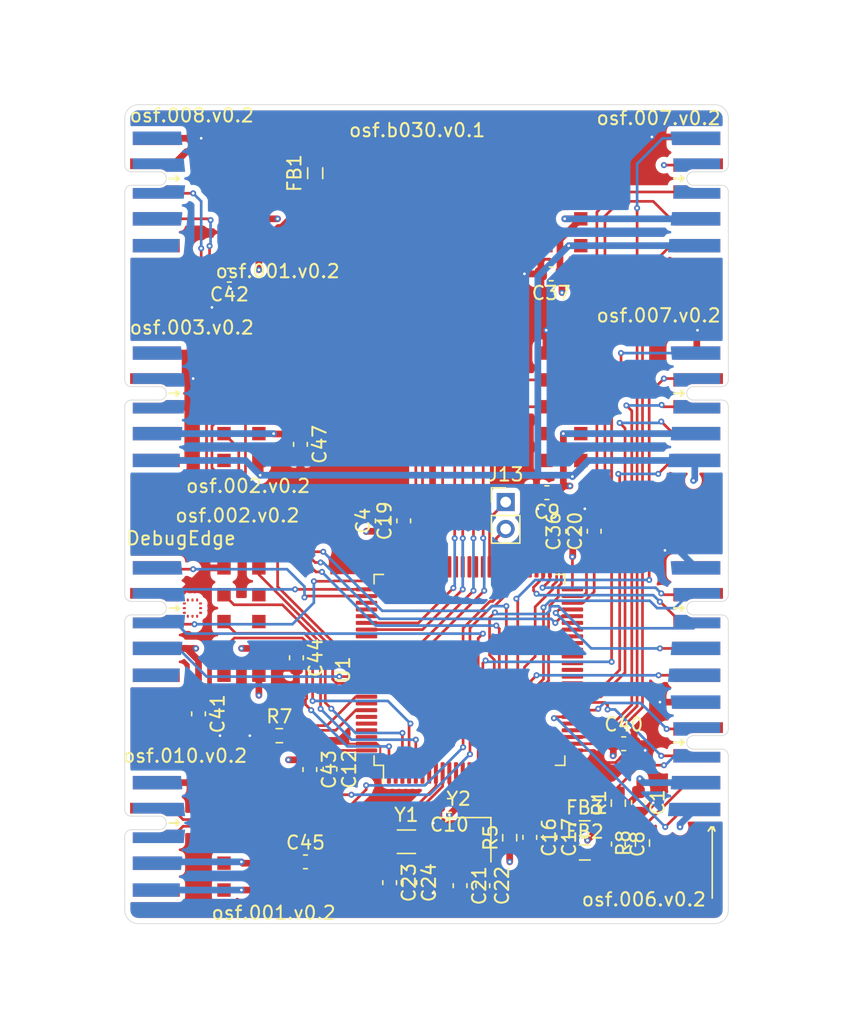
<source format=kicad_pcb>
(kicad_pcb (version 20171130) (host pcbnew "(5.1.9)-1")
  (layers (0 F.Cu signal) (1 In1.Cu signal) (2 In2.Cu signal) (31 B.Cu signal) (34 B.Paste user) (35 F.Paste user) (36 B.SilkS user) (37 F.SilkS user) (38 B.Mask user) (39 F.Mask user) (44 Edge.Cuts user))
  (net 0 "")
  (net 1 GND)
  (net 2 +3V3)
  (net 3 "Net-(C19-Pad1)")
  (net 4 "Net-(C20-Pad1)")
  (net 5 "Net-(C21-Pad1)")
  (net 6 "Net-(C22-Pad1)")
  (net 7 "Net-(C23-Pad1)")
  (net 8 "Net-(C24-Pad1)")
  (net 9 /uC/D+)
  (net 10 /uC/D-)
  (net 11 +5V)
  (net 12 /uC/vref+)
  (net 13 /uC/nrst)
  (net 14 /uC/tms)
  (net 15 /uC/tck)
  (net 16 /uC/TDI)
  (net 17 /uC/tdo)
  (net 18 /uC/AD8)
  (net 19 /uC/AD9)
  (net 20 /uC/AD3)
  (net 21 /uC/AD5)
  (net 22 /uC/AD6)
  (net 23 /uC/AD4)
  (net 24 /uC/AD0)
  (net 25 /uC/AD10)
  (net 26 /uC/I2C1_SCL)
  (net 27 /uC/SPI2_SCK)
  (net 28 /uC/I2C3_SCL)
  (net 29 "Net-(FB1-Pad2)")
  (net 30 /uC/SPI2_MOSI)
  (net 31 /uC/SPI2_MISO)
  (net 32 /uC/RXD0)
  (net 33 /uC/CRS_DV)
  (net 34 /uC/RXD1)
  (net 35 /uC/REF_CLK)
  (net 36 /uC/TX_EN)
  (net 37 /uC/MDIO)
  (net 38 /uC/MDC)
  (net 39 /uC/TXD1)
  (net 40 /uC/TXD0)
  (net 41 "Net-(R7-Pad2)")
  (net 42 /uC/RX_ER)
  (net 43 /uC/CAN_TX)
  (net 44 /uC/CAN_RX)
  (net 45 /uC/UART3_TX)
  (net 46 /uC/UART3_RX)
  (net 47 /uC/UART2_TX)
  (net 48 /uC/UART2_RX)
  (net 49 /uC/SPI2_CS)
  (net 50 /uC/SPI4_MOSI)
  (net 51 /uC/SPI4_MISO)
  (net 52 /uC/SPI4_SCK)
  (net 53 /uC/SPI4_CS)
  (net 54 "Net-(J12-Pad18)")
  (net 55 /uC/I2C4_SCL)
  (net 56 /uC/I2C4_SDA)
  (net 57 /uC/GNDA)
  (module Capacitor_SMD:C_0603_1608Metric (layer F.Cu) (at 108.8 87.1 180)
    (fp_text reference C37 (at 0 -1.43) (layer F.SilkS))
    (fp_text value 100nF)
    (pad 2 smd roundrect (at 0.775 0 180) (size 0.9 0.95) (layers F.Cu F.Paste F.Mask) (net 1 GND))
    (pad 1 smd roundrect (at -0.775 0 180) (size 0.9 0.95) (layers F.Cu F.Paste F.Mask) (net 2 +3V3))
  )
  (module Resistor_SMD:R_0603_1608Metric (layer F.Cu) (at 115.6 129.5 90)
    (fp_text reference R8 (at 0 -1.43 90) (layer F.SilkS))
    (fp_text value 10k)
    (pad 2 smd roundrect (at 0.825 0 90) (size 0.8 0.95) (layers F.Cu F.Paste F.Mask) (net 42 /uC/RX_ER))
    (pad 1 smd roundrect (at -0.825 0 90) (size 0.8 0.95) (layers F.Cu F.Paste F.Mask) (net 1 GND))
  )
  (module Resistor_SMD:R_0603_1608Metric (layer F.Cu) (at 88.525 121.5)
    (fp_text reference R7 (at 0 -1.43) (layer F.SilkS))
    (fp_text value 10k)
    (pad 2 smd roundrect (at 0.825 0) (size 0.8 0.95) (layers F.Cu F.Paste F.Mask) (net 41 "Net-(R7-Pad2)"))
    (pad 1 smd roundrect (at -0.825 0) (size 0.8 0.95) (layers F.Cu F.Paste F.Mask) (net 1 GND))
  )
  (module Resistor_SMD:R_0603_1608Metric (layer F.Cu) (at 105.7 129.1 90)
    (fp_text reference R5 (at 0 -1.43 90) (layer F.SilkS))
    (fp_text value 10k)
    (pad 2 smd roundrect (at 0.825 0 90) (size 0.8 0.95) (layers F.Cu F.Paste F.Mask) (net 13 /uC/nrst))
    (pad 1 smd roundrect (at -0.825 0 90) (size 0.8 0.95) (layers F.Cu F.Paste F.Mask) (net 2 +3V3))
  )
  (module Resistor_SMD:R_0603_1608Metric (layer F.Cu) (at 113.8 126.525 90)
    (fp_text reference R1 (at 0 -1.43 90) (layer F.SilkS))
    (fp_text value 10k)
    (pad 2 smd roundrect (at 0.825 0 90) (size 0.8 0.95) (layers F.Cu F.Paste F.Mask) (net 54 "Net-(J12-Pad18)"))
    (pad 1 smd roundrect (at -0.825 0 90) (size 0.8 0.95) (layers F.Cu F.Paste F.Mask) (net 2 +3V3))
  )
  (module Capacitor_SMD:C_0603_1608Metric (layer F.Cu) (at 98.25 132.45 270)
    (fp_text reference C24 (at 0 -1.43 90) (layer F.SilkS))
    (fp_text value 10pF)
    (pad 2 smd roundrect (at 0.775 0 270) (size 0.9 0.95) (layers F.Cu F.Paste F.Mask) (net 1 GND))
    (pad 1 smd roundrect (at -0.775 0 270) (size 0.9 0.95) (layers F.Cu F.Paste F.Mask) (net 8 "Net-(C24-Pad1)"))
  )
  (module Capacitor_SMD:C_0603_1608Metric (layer F.Cu) (at 96.75 132.45 270)
    (fp_text reference C23 (at 0 -1.43 90) (layer F.SilkS))
    (fp_text value 10pF)
    (pad 2 smd roundrect (at 0.775 0 270) (size 0.9 0.95) (layers F.Cu F.Paste F.Mask) (net 1 GND))
    (pad 1 smd roundrect (at -0.775 0 270) (size 0.9 0.95) (layers F.Cu F.Paste F.Mask) (net 7 "Net-(C23-Pad1)"))
  )
  (module Capacitor_SMD:C_0603_1608Metric (layer F.Cu) (at 103.7 132.675 270)
    (fp_text reference C22 (at 0 -1.43 90) (layer F.SilkS))
    (fp_text value 22pF)
    (pad 2 smd roundrect (at 0.775 0 270) (size 0.9 0.95) (layers F.Cu F.Paste F.Mask) (net 1 GND))
    (pad 1 smd roundrect (at -0.775 0 270) (size 0.9 0.95) (layers F.Cu F.Paste F.Mask) (net 6 "Net-(C22-Pad1)"))
  )
  (module Capacitor_SMD:C_0603_1608Metric (layer F.Cu) (at 102 132.675 270)
    (fp_text reference C21 (at 0 -1.43 90) (layer F.SilkS))
    (fp_text value 22pF)
    (pad 2 smd roundrect (at 0.775 0 270) (size 0.9 0.95) (layers F.Cu F.Paste F.Mask) (net 1 GND))
    (pad 1 smd roundrect (at -0.775 0 270) (size 0.9 0.95) (layers F.Cu F.Paste F.Mask) (net 5 "Net-(C21-Pad1)"))
  )
  (module Capacitor_SMD:C_0603_1608Metric (layer F.Cu) (at 112 106.275 90)
    (fp_text reference C20 (at 0 -1.43 90) (layer F.SilkS))
    (fp_text value 2.2uF)
    (pad 2 smd roundrect (at 0.775 0 90) (size 0.9 0.95) (layers F.Cu F.Paste F.Mask) (net 1 GND))
    (pad 1 smd roundrect (at -0.775 0 90) (size 0.9 0.95) (layers F.Cu F.Paste F.Mask) (net 4 "Net-(C20-Pad1)"))
  )
  (module Capacitor_SMD:C_0603_1608Metric (layer F.Cu) (at 97.8 105.5 90)
    (fp_text reference C19 (at 0 -1.43 90) (layer F.SilkS))
    (fp_text value 2.2uF)
    (pad 2 smd roundrect (at 0.775 0 90) (size 0.9 0.95) (layers F.Cu F.Paste F.Mask) (net 1 GND))
    (pad 1 smd roundrect (at -0.775 0 90) (size 0.9 0.95) (layers F.Cu F.Paste F.Mask) (net 3 "Net-(C19-Pad1)"))
  )
  (module Package_QFP:LQFP-100_14x14mm_P0.5mm (layer F.Cu) (at 102.7 116.6 90)
    (fp_text reference U1 (at 0 -9.42 90) (layer F.SilkS))
    (fp_text value STM32F750V8T6-STM32F750V8T6)
    (pad 100 smd roundrect (at -6 -7.675 90) (size 0.3 1.6) (layers F.Cu F.Paste F.Mask) (net 2 +3V3))
    (pad 99 smd roundrect (at -5.5 -7.675 90) (size 0.3 1.6) (layers F.Cu F.Paste F.Mask) (net 1 GND))
    (pad 98 smd roundrect (at -5 -7.675 90) (size 0.3 1.6) (layers F.Cu F.Paste F.Mask))
    (pad 97 smd roundrect (at -4.5 -7.675 90) (size 0.3 1.6) (layers F.Cu F.Paste F.Mask))
    (pad 96 smd roundrect (at -4 -7.675 90) (size 0.3 1.6) (layers F.Cu F.Paste F.Mask))
    (pad 95 smd roundrect (at -3.5 -7.675 90) (size 0.3 1.6) (layers F.Cu F.Paste F.Mask))
    (pad 94 smd roundrect (at -3 -7.675 90) (size 0.3 1.6) (layers F.Cu F.Paste F.Mask) (net 41 "Net-(R7-Pad2)"))
    (pad 93 smd roundrect (at -2.5 -7.675 90) (size 0.3 1.6) (layers F.Cu F.Paste F.Mask))
    (pad 92 smd roundrect (at -2 -7.675 90) (size 0.3 1.6) (layers F.Cu F.Paste F.Mask) (net 26 /uC/I2C1_SCL))
    (pad 91 smd roundrect (at -1.5 -7.675 90) (size 0.3 1.6) (layers F.Cu F.Paste F.Mask))
    (pad 90 smd roundrect (at -1 -7.675 90) (size 0.3 1.6) (layers F.Cu F.Paste F.Mask) (net 49 /uC/SPI2_CS))
    (pad 89 smd roundrect (at -0.5 -7.675 90) (size 0.3 1.6) (layers F.Cu F.Paste F.Mask) (net 17 /uC/tdo))
    (pad 88 smd roundrect (at 0 -7.675 90) (size 0.3 1.6) (layers F.Cu F.Paste F.Mask))
    (pad 87 smd roundrect (at 0.5 -7.675 90) (size 0.3 1.6) (layers F.Cu F.Paste F.Mask) (net 48 /uC/UART2_RX))
    (pad 86 smd roundrect (at 1 -7.675 90) (size 0.3 1.6) (layers F.Cu F.Paste F.Mask) (net 47 /uC/UART2_TX))
    (pad 85 smd roundrect (at 1.5 -7.675 90) (size 0.3 1.6) (layers F.Cu F.Paste F.Mask))
    (pad 84 smd roundrect (at 2 -7.675 90) (size 0.3 1.6) (layers F.Cu F.Paste F.Mask))
    (pad 83 smd roundrect (at 2.5 -7.675 90) (size 0.3 1.6) (layers F.Cu F.Paste F.Mask))
    (pad 82 smd roundrect (at 3 -7.675 90) (size 0.3 1.6) (layers F.Cu F.Paste F.Mask) (net 43 /uC/CAN_TX))
    (pad 81 smd roundrect (at 3.5 -7.675 90) (size 0.3 1.6) (layers F.Cu F.Paste F.Mask) (net 44 /uC/CAN_RX))
    (pad 80 smd roundrect (at 4 -7.675 90) (size 0.3 1.6) (layers F.Cu F.Paste F.Mask))
    (pad 79 smd roundrect (at 4.5 -7.675 90) (size 0.3 1.6) (layers F.Cu F.Paste F.Mask))
    (pad 78 smd roundrect (at 5 -7.675 90) (size 0.3 1.6) (layers F.Cu F.Paste F.Mask))
    (pad 77 smd roundrect (at 5.5 -7.675 90) (size 0.3 1.6) (layers F.Cu F.Paste F.Mask) (net 16 /uC/TDI))
    (pad 76 smd roundrect (at 6 -7.675 90) (size 0.3 1.6) (layers F.Cu F.Paste F.Mask) (net 15 /uC/tck))
    (pad 75 smd roundrect (at 7.675 -6 90) (size 1.6 0.3) (layers F.Cu F.Paste F.Mask) (net 2 +3V3))
    (pad 74 smd roundrect (at 7.675 -5.5 90) (size 1.6 0.3) (layers F.Cu F.Paste F.Mask) (net 1 GND))
    (pad 73 smd roundrect (at 7.675 -5 90) (size 1.6 0.3) (layers F.Cu F.Paste F.Mask) (net 3 "Net-(C19-Pad1)"))
    (pad 72 smd roundrect (at 7.675 -4.5 90) (size 1.6 0.3) (layers F.Cu F.Paste F.Mask) (net 14 /uC/tms))
    (pad 71 smd roundrect (at 7.675 -4 90) (size 1.6 0.3) (layers F.Cu F.Paste F.Mask) (net 9 /uC/D+))
    (pad 70 smd roundrect (at 7.675 -3.5 90) (size 1.6 0.3) (layers F.Cu F.Paste F.Mask) (net 10 /uC/D-))
    (pad 69 smd roundrect (at 7.675 -3 90) (size 1.6 0.3) (layers F.Cu F.Paste F.Mask))
    (pad 68 smd roundrect (at 7.675 -2.5 90) (size 1.6 0.3) (layers F.Cu F.Paste F.Mask))
    (pad 67 smd roundrect (at 7.675 -2 90) (size 1.6 0.3) (layers F.Cu F.Paste F.Mask) (net 28 /uC/I2C3_SCL))
    (pad 66 smd roundrect (at 7.675 -1.5 90) (size 1.6 0.3) (layers F.Cu F.Paste F.Mask))
    (pad 65 smd roundrect (at 7.675 -1 90) (size 1.6 0.3) (layers F.Cu F.Paste F.Mask))
    (pad 64 smd roundrect (at 7.675 -0.5 90) (size 1.6 0.3) (layers F.Cu F.Paste F.Mask))
    (pad 63 smd roundrect (at 7.675 0 90) (size 1.6 0.3) (layers F.Cu F.Paste F.Mask))
    (pad 62 smd roundrect (at 7.675 0.5 90) (size 1.6 0.3) (layers F.Cu F.Paste F.Mask))
    (pad 61 smd roundrect (at 7.675 1 90) (size 1.6 0.3) (layers F.Cu F.Paste F.Mask))
    (pad 60 smd roundrect (at 7.675 1.5 90) (size 1.6 0.3) (layers F.Cu F.Paste F.Mask) (net 56 /uC/I2C4_SDA))
    (pad 59 smd roundrect (at 7.675 2 90) (size 1.6 0.3) (layers F.Cu F.Paste F.Mask) (net 55 /uC/I2C4_SCL))
    (pad 58 smd roundrect (at 7.675 2.5 90) (size 1.6 0.3) (layers F.Cu F.Paste F.Mask))
    (pad 57 smd roundrect (at 7.675 3 90) (size 1.6 0.3) (layers F.Cu F.Paste F.Mask))
    (pad 56 smd roundrect (at 7.675 3.5 90) (size 1.6 0.3) (layers F.Cu F.Paste F.Mask) (net 46 /uC/UART3_RX))
    (pad 55 smd roundrect (at 7.675 4 90) (size 1.6 0.3) (layers F.Cu F.Paste F.Mask) (net 45 /uC/UART3_TX))
    (pad 54 smd roundrect (at 7.675 4.5 90) (size 1.6 0.3) (layers F.Cu F.Paste F.Mask))
    (pad 53 smd roundrect (at 7.675 5 90) (size 1.6 0.3) (layers F.Cu F.Paste F.Mask))
    (pad 52 smd roundrect (at 7.675 5.5 90) (size 1.6 0.3) (layers F.Cu F.Paste F.Mask) (net 39 /uC/TXD1))
    (pad 51 smd roundrect (at 7.675 6 90) (size 1.6 0.3) (layers F.Cu F.Paste F.Mask) (net 40 /uC/TXD0))
    (pad 50 smd roundrect (at 6 7.675 90) (size 0.3 1.6) (layers F.Cu F.Paste F.Mask) (net 2 +3V3))
    (pad 49 smd roundrect (at 5.5 7.675 90) (size 0.3 1.6) (layers F.Cu F.Paste F.Mask) (net 1 GND))
    (pad 48 smd roundrect (at 5 7.675 90) (size 0.3 1.6) (layers F.Cu F.Paste F.Mask) (net 4 "Net-(C20-Pad1)"))
    (pad 47 smd roundrect (at 4.5 7.675 90) (size 0.3 1.6) (layers F.Cu F.Paste F.Mask) (net 36 /uC/TX_EN))
    (pad 46 smd roundrect (at 4 7.675 90) (size 0.3 1.6) (layers F.Cu F.Paste F.Mask) (net 27 /uC/SPI2_SCK))
    (pad 45 smd roundrect (at 3.5 7.675 90) (size 0.3 1.6) (layers F.Cu F.Paste F.Mask))
    (pad 44 smd roundrect (at 3 7.675 90) (size 0.3 1.6) (layers F.Cu F.Paste F.Mask))
    (pad 43 smd roundrect (at 2.5 7.675 90) (size 0.3 1.6) (layers F.Cu F.Paste F.Mask))
    (pad 42 smd roundrect (at 2 7.675 90) (size 0.3 1.6) (layers F.Cu F.Paste F.Mask))
    (pad 41 smd roundrect (at 1.5 7.675 90) (size 0.3 1.6) (layers F.Cu F.Paste F.Mask))
    (pad 40 smd roundrect (at 1 7.675 90) (size 0.3 1.6) (layers F.Cu F.Paste F.Mask))
    (pad 39 smd roundrect (at 0.5 7.675 90) (size 0.3 1.6) (layers F.Cu F.Paste F.Mask))
    (pad 38 smd roundrect (at 0 7.675 90) (size 0.3 1.6) (layers F.Cu F.Paste F.Mask))
    (pad 37 smd roundrect (at -0.5 7.675 90) (size 0.3 1.6) (layers F.Cu F.Paste F.Mask))
    (pad 36 smd roundrect (at -1 7.675 90) (size 0.3 1.6) (layers F.Cu F.Paste F.Mask))
    (pad 35 smd roundrect (at -1.5 7.675 90) (size 0.3 1.6) (layers F.Cu F.Paste F.Mask) (net 19 /uC/AD9))
    (pad 34 smd roundrect (at -2 7.675 90) (size 0.3 1.6) (layers F.Cu F.Paste F.Mask) (net 18 /uC/AD8))
    (pad 33 smd roundrect (at -2.5 7.675 90) (size 0.3 1.6) (layers F.Cu F.Paste F.Mask) (net 34 /uC/RXD1))
    (pad 32 smd roundrect (at -3 7.675 90) (size 0.3 1.6) (layers F.Cu F.Paste F.Mask) (net 32 /uC/RXD0))
    (pad 31 smd roundrect (at -3.5 7.675 90) (size 0.3 1.6) (layers F.Cu F.Paste F.Mask) (net 33 /uC/CRS_DV))
    (pad 30 smd roundrect (at -4 7.675 90) (size 0.3 1.6) (layers F.Cu F.Paste F.Mask) (net 22 /uC/AD6))
    (pad 29 smd roundrect (at -4.5 7.675 90) (size 0.3 1.6) (layers F.Cu F.Paste F.Mask) (net 21 /uC/AD5))
    (pad 28 smd roundrect (at -5 7.675 90) (size 0.3 1.6) (layers F.Cu F.Paste F.Mask) (net 23 /uC/AD4))
    (pad 27 smd roundrect (at -5.5 7.675 90) (size 0.3 1.6) (layers F.Cu F.Paste F.Mask) (net 2 +3V3))
    (pad 26 smd roundrect (at -6 7.675 90) (size 0.3 1.6) (layers F.Cu F.Paste F.Mask) (net 1 GND))
    (pad 25 smd roundrect (at -7.675 6 90) (size 1.6 0.3) (layers F.Cu F.Paste F.Mask) (net 20 /uC/AD3))
    (pad 24 smd roundrect (at -7.675 5.5 90) (size 1.6 0.3) (layers F.Cu F.Paste F.Mask) (net 37 /uC/MDIO))
    (pad 23 smd roundrect (at -7.675 5 90) (size 1.6 0.3) (layers F.Cu F.Paste F.Mask) (net 35 /uC/REF_CLK))
    (pad 22 smd roundrect (at -7.675 4.5 90) (size 1.6 0.3) (layers F.Cu F.Paste F.Mask) (net 24 /uC/AD0))
    (pad 21 smd roundrect (at -7.675 4 90) (size 1.6 0.3) (layers F.Cu F.Paste F.Mask) (net 12 /uC/vref+))
    (pad 20 smd roundrect (at -7.675 3.5 90) (size 1.6 0.3) (layers F.Cu F.Paste F.Mask) (net 12 /uC/vref+))
    (pad 19 smd roundrect (at -7.675 3 90) (size 1.6 0.3) (layers F.Cu F.Paste F.Mask) (net 57 /uC/GNDA))
    (pad 18 smd roundrect (at -7.675 2.5 90) (size 1.6 0.3) (layers F.Cu F.Paste F.Mask) (net 30 /uC/SPI2_MOSI))
    (pad 17 smd roundrect (at -7.675 2 90) (size 1.6 0.3) (layers F.Cu F.Paste F.Mask) (net 31 /uC/SPI2_MISO))
    (pad 16 smd roundrect (at -7.675 1.5 90) (size 1.6 0.3) (layers F.Cu F.Paste F.Mask) (net 38 /uC/MDC))
    (pad 15 smd roundrect (at -7.675 1 90) (size 1.6 0.3) (layers F.Cu F.Paste F.Mask) (net 25 /uC/AD10))
    (pad 14 smd roundrect (at -7.675 0.5 90) (size 1.6 0.3) (layers F.Cu F.Paste F.Mask) (net 13 /uC/nrst))
    (pad 13 smd roundrect (at -7.675 0 90) (size 1.6 0.3) (layers F.Cu F.Paste F.Mask) (net 6 "Net-(C22-Pad1)"))
    (pad 12 smd roundrect (at -7.675 -0.5 90) (size 1.6 0.3) (layers F.Cu F.Paste F.Mask) (net 5 "Net-(C21-Pad1)"))
    (pad 11 smd roundrect (at -7.675 -1 90) (size 1.6 0.3) (layers F.Cu F.Paste F.Mask) (net 2 +3V3))
    (pad 10 smd roundrect (at -7.675 -1.5 90) (size 1.6 0.3) (layers F.Cu F.Paste F.Mask) (net 1 GND))
    (pad 9 smd roundrect (at -7.675 -2 90) (size 1.6 0.3) (layers F.Cu F.Paste F.Mask) (net 8 "Net-(C24-Pad1)"))
    (pad 8 smd roundrect (at -7.675 -2.5 90) (size 1.6 0.3) (layers F.Cu F.Paste F.Mask) (net 7 "Net-(C23-Pad1)"))
    (pad 7 smd roundrect (at -7.675 -3 90) (size 1.6 0.3) (layers F.Cu F.Paste F.Mask))
    (pad 6 smd roundrect (at -7.675 -3.5 90) (size 1.6 0.3) (layers F.Cu F.Paste F.Mask))
    (pad 5 smd roundrect (at -7.675 -4 90) (size 1.6 0.3) (layers F.Cu F.Paste F.Mask) (net 50 /uC/SPI4_MOSI))
    (pad 4 smd roundrect (at -7.675 -4.5 90) (size 1.6 0.3) (layers F.Cu F.Paste F.Mask) (net 51 /uC/SPI4_MISO))
    (pad 3 smd roundrect (at -7.675 -5 90) (size 1.6 0.3) (layers F.Cu F.Paste F.Mask) (net 53 /uC/SPI4_CS))
    (pad 2 smd roundrect (at -7.675 -5.5 90) (size 1.6 0.3) (layers F.Cu F.Paste F.Mask))
    (pad 1 smd roundrect (at -7.675 -6 90) (size 1.6 0.3) (layers F.Cu F.Paste F.Mask) (net 52 /uC/SPI4_SCK))
  )
  (module Inductor_SMD:L_0805_2012Metric (layer F.Cu) (at 91.2 79.6 90)
    (fp_text reference FB1 (at 0 -1.55 90) (layer F.SilkS))
    (fp_text value Ferrite_Bead_Small)
    (pad 2 smd roundrect (at 1.0625 0 90) (size 0.875 1.2) (layers F.Cu F.Paste F.Mask) (net 29 "Net-(FB1-Pad2)"))
    (pad 1 smd roundrect (at -1.0625 0 90) (size 0.875 1.2) (layers F.Cu F.Paste F.Mask) (net 11 +5V))
  )
  (module on_edge:on_edge_2x05_up_host (layer F.Cu) (at 112 81 270)
    (fp_text reference J14)
    (fp_text value 012_CAN)
    (pad 2 smd rect (at -2 3.6 270) (size 1 1) (layers F.Cu F.Mask) (net 44 /uC/CAN_RX))
    (pad 3 smd rect (at 0 3.6 270) (size 1 1) (layers F.Cu F.Mask) (net 43 /uC/CAN_TX))
    (pad 8 smd rect (at 0 1 90) (size 1 1) (layers F.Cu F.Mask))
    (pad 7 smd rect (at -2 1 90) (size 1 1) (layers F.Cu F.Mask))
    (pad 4 smd rect (at 2 3.6 270) (size 1 1) (layers F.Cu F.Mask))
    (pad 10 smd rect (at 4 1 90) (size 1 1) (layers F.Cu F.Mask) (net 11 +5V))
    (pad 9 smd rect (at 2 1 90) (size 1 1) (layers F.Cu F.Mask) (net 2 +3V3))
    (pad 6 smd rect (at -4 1 90) (size 1 1) (layers F.Cu F.Mask))
    (pad 5 smd rect (at 4 3.6 270) (size 1 1) (layers F.Cu F.Mask))
    (pad 1 smd rect (at -4 3.6 270) (size 1 1) (layers F.Cu F.Mask))
  )
  (module Connector_PinHeader_2.00mm:PinHeader_1x02_P2.00mm_Vertical (layer F.Cu) (at 105.4 104.1)
    (fp_text reference J13 (at 0 -2.06) (layer F.SilkS))
    (fp_text value Conn_01x02_Male)
    (pad 2 thru_hole oval (at 0 2) (size 1.35 1.35) (drill 0.8) (layers *.Cu *.Mask) (net 55 /uC/I2C4_SCL))
    (pad 1 thru_hole rect (at 0 0) (size 1.35 1.35) (drill 0.8) (layers *.Cu *.Mask) (net 56 /uC/I2C4_SDA))
  )
  (module on_edge:on_edge_2x05_up_host (layer F.Cu) (at 112 97 270)
    (fp_text reference J6)
    (fp_text value 010_UART)
    (pad 2 smd rect (at -2 3.6 270) (size 1 1) (layers F.Cu F.Mask) (net 47 /uC/UART2_TX))
    (pad 3 smd rect (at 0 3.6 270) (size 1 1) (layers F.Cu F.Mask) (net 48 /uC/UART2_RX))
    (pad 8 smd rect (at 0 1 90) (size 1 1) (layers F.Cu F.Mask))
    (pad 7 smd rect (at -2 1 90) (size 1 1) (layers F.Cu F.Mask))
    (pad 4 smd rect (at 2 3.6 270) (size 1 1) (layers F.Cu F.Mask))
    (pad 10 smd rect (at 4 1 90) (size 1 1) (layers F.Cu F.Mask) (net 11 +5V))
    (pad 9 smd rect (at 2 1 90) (size 1 1) (layers F.Cu F.Mask) (net 2 +3V3))
    (pad 6 smd rect (at -4 1 90) (size 1 1) (layers F.Cu F.Mask))
    (pad 5 smd rect (at 4 3.6 270) (size 1 1) (layers F.Cu F.Mask))
    (pad 1 smd rect (at -4 3.6 270) (size 1 1) (layers F.Cu F.Mask) (net 1 GND))
  )
  (module on_edge:on_edge_2x05_up_host (layer F.Cu) (at 88 113 270)
    (fp_text reference J11)
    (fp_text value 002_SPI_2x5)
    (pad 2 smd rect (at -2 3.6 270) (size 1 1) (layers F.Cu F.Mask) (net 50 /uC/SPI4_MOSI))
    (pad 3 smd rect (at 0 3.6 270) (size 1 1) (layers F.Cu F.Mask) (net 51 /uC/SPI4_MISO))
    (pad 8 smd rect (at 0 1 90) (size 1 1) (layers F.Cu F.Mask))
    (pad 7 smd rect (at -2 1 90) (size 1 1) (layers F.Cu F.Mask))
    (pad 4 smd rect (at 2 3.6 270) (size 1 1) (layers F.Cu F.Mask) (net 52 /uC/SPI4_SCK))
    (pad 10 smd rect (at 4 1 90) (size 1 1) (layers F.Cu F.Mask) (net 11 +5V))
    (pad 9 smd rect (at 2 1 90) (size 1 1) (layers F.Cu F.Mask) (net 2 +3V3))
    (pad 6 smd rect (at -4 1 90) (size 1 1) (layers F.Cu F.Mask) (net 53 /uC/SPI4_CS))
    (pad 5 smd rect (at 4 3.6 270) (size 1 1) (layers F.Cu F.Mask))
    (pad 1 smd rect (at -4 3.6 270) (size 1 1) (layers F.Cu F.Mask) (net 1 GND))
  )
  (module on_edge:on_edge_2x05_up_host (layer F.Cu) (at 88.1 81 270)
    (fp_text reference J10)
    (fp_text value 001_I2C_2x5)
    (pad 2 smd rect (at -2 3.6 270) (size 1 1) (layers F.Cu F.Mask) (net 28 /uC/I2C3_SCL))
    (pad 3 smd rect (at 0 3.6 270) (size 1 1) (layers F.Cu F.Mask))
    (pad 8 smd rect (at 0 1 90) (size 1 1) (layers F.Cu F.Mask))
    (pad 7 smd rect (at -2 1 90) (size 1 1) (layers F.Cu F.Mask))
    (pad 4 smd rect (at 2 3.6 270) (size 1 1) (layers F.Cu F.Mask))
    (pad 10 smd rect (at 4 1 90) (size 1 1) (layers F.Cu F.Mask) (net 11 +5V))
    (pad 9 smd rect (at 2 1 90) (size 1 1) (layers F.Cu F.Mask) (net 2 +3V3))
    (pad 6 smd rect (at -4 1 90) (size 1 1) (layers F.Cu F.Mask))
    (pad 5 smd rect (at 4 3.6 270) (size 1 1) (layers F.Cu F.Mask))
    (pad 1 smd rect (at -4 3.6 270) (size 1 1) (layers F.Cu F.Mask) (net 1 GND))
  )
  (module on_edge:on_edge_2x05_up_host (layer F.Cu) (at 88 97 270)
    (fp_text reference J9)
    (fp_text value 002_SPI_2x5)
    (pad 2 smd rect (at -2 3.6 270) (size 1 1) (layers F.Cu F.Mask) (net 30 /uC/SPI2_MOSI))
    (pad 3 smd rect (at 0 3.6 270) (size 1 1) (layers F.Cu F.Mask) (net 31 /uC/SPI2_MISO))
    (pad 8 smd rect (at 0 1 90) (size 1 1) (layers F.Cu F.Mask))
    (pad 7 smd rect (at -2 1 90) (size 1 1) (layers F.Cu F.Mask))
    (pad 4 smd rect (at 2 3.6 270) (size 1 1) (layers F.Cu F.Mask) (net 27 /uC/SPI2_SCK))
    (pad 10 smd rect (at 4 1 90) (size 1 1) (layers F.Cu F.Mask) (net 11 +5V))
    (pad 9 smd rect (at 2 1 90) (size 1 1) (layers F.Cu F.Mask) (net 2 +3V3))
    (pad 6 smd rect (at -4 1 90) (size 1 1) (layers F.Cu F.Mask) (net 49 /uC/SPI2_CS))
    (pad 5 smd rect (at 4 3.6 270) (size 1 1) (layers F.Cu F.Mask))
    (pad 1 smd rect (at -4 3.6 270) (size 1 1) (layers F.Cu F.Mask) (net 1 GND))
  )
  (module on_edge:on_edge_2x05_up_host (layer F.Cu) (at 88 129 270)
    (fp_text reference J8)
    (fp_text value 001_I2C_2x5)
    (pad 2 smd rect (at -2 3.6 270) (size 1 1) (layers F.Cu F.Mask) (net 26 /uC/I2C1_SCL))
    (pad 3 smd rect (at 0 3.6 270) (size 1 1) (layers F.Cu F.Mask))
    (pad 8 smd rect (at 0 1 90) (size 1 1) (layers F.Cu F.Mask))
    (pad 7 smd rect (at -2 1 90) (size 1 1) (layers F.Cu F.Mask))
    (pad 4 smd rect (at 2 3.6 270) (size 1 1) (layers F.Cu F.Mask))
    (pad 10 smd rect (at 4 1 90) (size 1 1) (layers F.Cu F.Mask) (net 11 +5V))
    (pad 9 smd rect (at 2 1 90) (size 1 1) (layers F.Cu F.Mask) (net 2 +3V3))
    (pad 6 smd rect (at -4 1 90) (size 1 1) (layers F.Cu F.Mask))
    (pad 5 smd rect (at 4 3.6 270) (size 1 1) (layers F.Cu F.Mask))
    (pad 1 smd rect (at -4 3.6 270) (size 1 1) (layers F.Cu F.Mask) (net 1 GND))
  )
  (module on_edge:on_edge_2x05_device (layer F.Cu) (at 77 129 270)
    (fp_text reference J4)
    (fp_text value 010_UART)
    (fp_line (start 0 0) (end 4 0) (layer Edge.Cuts) (width 0.05))
    (fp_line (start -4 0) (end -2 0) (layer Edge.Cuts) (width 0.05))
    (fp_line (start -0.5 -0.5) (end -0.5 -2.6) (layer Edge.Cuts) (width 0.05))
    (fp_line (start -1.5 -2.6) (end -1.5 -0.5) (layer Edge.Cuts) (width 0.05))
    (fp_arc (start -2 -0.5) (end -2 0) (angle -90) (layer Edge.Cuts) (width 0.05))
    (fp_arc (start 0 -0.5) (end -0.5 -0.5) (angle -90) (layer Edge.Cuts) (width 0.05))
    (fp_arc (start -1 -2.6) (end -0.5 -2.6) (angle -180) (layer Edge.Cuts) (width 0.05))
    (pad 2 smd custom (at -2 -3.6 270) (size 1 1) (layers F.Cu F.Mask) (net 45 /uC/UART3_TX) (options (clearance outline) (anchor rect)) (primitives (gr_poly (pts (xy 0.3 1) (xy 0.31 0.89) (xy 0.33 0.81) (xy 0.35 0.75) (xy 0.37 0.7) (xy 0.4 0.65) (xy 0.44 0.59) (xy 0.48 0.54) (xy 0.5 0.52) (xy 0.5 -0.5) (xy -0.5 -0.5) (xy -0.5 3.2) (xy 0.3 3.2)) (width 0))))
    (pad 3 smd custom (at 0 -3.6 270) (size 1 1) (layers F.Cu F.Mask) (net 46 /uC/UART3_RX) (options (clearance outline) (anchor rect)) (primitives (gr_poly (pts (xy -0.3 1) (xy -0.31 0.89) (xy -0.33 0.81) (xy -0.35 0.75) (xy -0.37 0.7) (xy -0.4 0.65) (xy -0.44 0.59) (xy -0.48 0.54) (xy -0.5 0.52) (xy -0.5 -0.5) (xy 0.5 -0.5) (xy 0.5 3) (xy -0.3 3)) (width 0))))
    (pad 8 smd custom (at 0 -2.1 270) (size 0.4 0.4) (layers B.Cu B.Mask) (options (clearance outline) (anchor rect)) (primitives (gr_poly (pts (xy -0.3 -0.51) (xy -0.31 -0.62) (xy -0.33 -0.7) (xy -0.35 -0.76) (xy -0.37 -0.81) (xy -0.4 -0.86) (xy -0.44 -0.92) (xy -0.48 -0.97) (xy -0.5 -0.99) (xy -0.5 -2.4) (xy 0.5 -2.3) (xy 0.5 1.5) (xy -0.3 1.5)) (width 0))))
    (pad 7 smd custom (at -2 -2.1 270) (size 0.4 0.4) (layers B.Cu B.Mask) (options (clearance outline) (anchor rect)) (primitives (gr_poly (pts (xy 0.3 -0.51) (xy 0.31 -0.62) (xy 0.33 -0.7) (xy 0.35 -0.76) (xy 0.37 -0.81) (xy 0.4 -0.86) (xy 0.44 -0.92) (xy 0.48 -0.97) (xy 0.5 -0.99) (xy 0.5 -2.4) (xy -0.5 -2.3) (xy -0.5 1.5) (xy 0.3 1.5)) (width 0))))
    (pad 10 smd custom (at 4 -2.3 270) (size 1 3.4) (layers B.Cu B.Mask) (net 11 +5V) (options (clearance outline) (anchor rect)) (primitives (gr_poly (pts (xy -0.5 -1.7) (xy -0.5 -1.8) (xy 0.5 -1.7)) (width 0))))
    (pad 9 smd custom (at 2 -2.4 270) (size 1 3.6) (layers B.Cu B.Mask) (net 2 +3V3) (options (clearance outline) (anchor rect)) (primitives (gr_poly (pts (xy -0.5 -1.8) (xy -0.5 -1.9) (xy 0.5 -1.8)) (width 0))))
    (pad 6 smd custom (at -4 -2.4 270) (size 1 3.6) (layers B.Cu B.Mask) (options (clearance outline) (anchor rect)) (primitives (gr_poly (pts (xy 0.5 -1.8) (xy 0.5 -1.9) (xy -0.5 -1.8)) (width 0))))
    (pad 5 smd rect (at 4 -2.35 90) (size 1 3.5) (layers F.Cu F.Mask))
    (pad 1 smd rect (at -4 -2.35 90) (size 1 3.5) (layers F.Cu F.Mask) (net 1 GND))
    (pad 4 smd rect (at 2 -2.35 90) (size 1 3.5) (layers F.Cu F.Mask))
  )
  (module Inductor_SMD:L_0805_2012Metric (layer F.Cu) (at 111.3 128.4)
    (fp_text reference FB3 (at 0 -1.55) (layer F.SilkS))
    (fp_text value " FCM1608KF-601T03 TypeA")
    (pad 2 smd roundrect (at 1.0625 0) (size 0.875 1.2) (layers F.Cu F.Paste F.Mask) (net 2 +3V3))
    (pad 1 smd roundrect (at -1.0625 0) (size 0.875 1.2) (layers F.Cu F.Paste F.Mask) (net 12 /uC/vref+))
  )
  (module Inductor_SMD:L_0805_2012Metric (layer F.Cu) (at 111.3 130.2)
    (fp_text reference FB2 (at 0 -1.55) (layer F.SilkS))
    (fp_text value " FCM1608KF-601T03 TypeA")
    (pad 2 smd roundrect (at 1.0625 0) (size 0.875 1.2) (layers F.Cu F.Paste F.Mask) (net 1 GND))
    (pad 1 smd roundrect (at -1.0625 0) (size 0.875 1.2) (layers F.Cu F.Paste F.Mask) (net 57 /uC/GNDA))
  )
  (module Capacitor_SMD:C_0603_1608Metric (layer F.Cu) (at 90.1 99.8 270)
    (fp_text reference C47 (at 0 -1.43 90) (layer F.SilkS))
    (fp_text value 100nF)
    (pad 2 smd roundrect (at 0.775 0 270) (size 0.9 0.95) (layers F.Cu F.Paste F.Mask) (net 1 GND))
    (pad 1 smd roundrect (at -0.775 0 270) (size 0.9 0.95) (layers F.Cu F.Paste F.Mask) (net 2 +3V3))
  )
  (module Capacitor_SMD:C_0603_1608Metric (layer F.Cu) (at 90.475 130.9)
    (fp_text reference C45 (at 0 -1.43 180) (layer F.SilkS))
    (fp_text value 100nF)
    (pad 2 smd roundrect (at 0.775 0) (size 0.9 0.95) (layers F.Cu F.Paste F.Mask) (net 1 GND))
    (pad 1 smd roundrect (at -0.775 0) (size 0.9 0.95) (layers F.Cu F.Paste F.Mask) (net 2 +3V3))
  )
  (module Capacitor_SMD:C_0603_1608Metric (layer F.Cu) (at 89.8 115.7 270)
    (fp_text reference C44 (at 0 -1.43 90) (layer F.SilkS))
    (fp_text value 100nF)
    (pad 2 smd roundrect (at 0.775 0 270) (size 0.9 0.95) (layers F.Cu F.Paste F.Mask) (net 1 GND))
    (pad 1 smd roundrect (at -0.775 0 270) (size 0.9 0.95) (layers F.Cu F.Paste F.Mask) (net 2 +3V3))
  )
  (module Capacitor_SMD:C_0603_1608Metric (layer F.Cu) (at 90.8 124.025 270)
    (fp_text reference C43 (at 0 -1.43 90) (layer F.SilkS))
    (fp_text value 1uF)
    (pad 2 smd roundrect (at 0.775 0 270) (size 0.9 0.95) (layers F.Cu F.Paste F.Mask) (net 1 GND))
    (pad 1 smd roundrect (at -0.775 0 270) (size 0.9 0.95) (layers F.Cu F.Paste F.Mask) (net 2 +3V3))
  )
  (module Capacitor_SMD:C_0603_1608Metric (layer F.Cu) (at 84.8 87.2 180)
    (fp_text reference C42 (at 0 -1.43) (layer F.SilkS))
    (fp_text value 100nF)
    (pad 2 smd roundrect (at 0.775 0 180) (size 0.9 0.95) (layers F.Cu F.Paste F.Mask) (net 1 GND))
    (pad 1 smd roundrect (at -0.775 0 180) (size 0.9 0.95) (layers F.Cu F.Paste F.Mask) (net 2 +3V3))
  )
  (module Capacitor_SMD:C_0603_1608Metric (layer F.Cu) (at 82.5 119.875 270)
    (fp_text reference C41 (at 0 -1.43 90) (layer F.SilkS))
    (fp_text value 1uF)
    (pad 2 smd roundrect (at 0.775 0 270) (size 0.9 0.95) (layers F.Cu F.Paste F.Mask) (net 1 GND))
    (pad 1 smd roundrect (at -0.775 0 270) (size 0.9 0.95) (layers F.Cu F.Paste F.Mask) (net 2 +3V3))
  )
  (module Capacitor_SMD:C_0603_1608Metric (layer F.Cu) (at 114.2 122.1)
    (fp_text reference C40 (at 0 -1.43) (layer F.SilkS))
    (fp_text value 100nF)
    (pad 2 smd roundrect (at 0.775 0) (size 0.9 0.95) (layers F.Cu F.Paste F.Mask) (net 1 GND))
    (pad 1 smd roundrect (at -0.775 0) (size 0.9 0.95) (layers F.Cu F.Paste F.Mask) (net 2 +3V3))
  )
  (module Capacitor_SMD:C_0603_1608Metric (layer F.Cu) (at 110.4 106.275 90)
    (fp_text reference C36 (at 0 -1.43 90) (layer F.SilkS))
    (fp_text value 100nF)
    (pad 2 smd roundrect (at 0.775 0 90) (size 0.9 0.95) (layers F.Cu F.Paste F.Mask) (net 1 GND))
    (pad 1 smd roundrect (at -0.775 0 90) (size 0.9 0.95) (layers F.Cu F.Paste F.Mask) (net 2 +3V3))
  )
  (module Capacitor_SMD:C_0603_1608Metric (layer F.Cu) (at 108.7 129.075 270)
    (fp_text reference C17 (at 0 -1.43 90) (layer F.SilkS))
    (fp_text value 1uF)
    (pad 2 smd roundrect (at 0.775 0 270) (size 0.9 0.95) (layers F.Cu F.Paste F.Mask) (net 57 /uC/GNDA))
    (pad 1 smd roundrect (at -0.775 0 270) (size 0.9 0.95) (layers F.Cu F.Paste F.Mask) (net 12 /uC/vref+))
  )
  (module Capacitor_SMD:C_0603_1608Metric (layer F.Cu) (at 107.2 129.075 270)
    (fp_text reference C16 (at 0 -1.43 90) (layer F.SilkS))
    (fp_text value 1uF)
    (pad 2 smd roundrect (at 0.775 0 270) (size 0.9 0.95) (layers F.Cu F.Paste F.Mask) (net 57 /uC/GNDA))
    (pad 1 smd roundrect (at -0.775 0 270) (size 0.9 0.95) (layers F.Cu F.Paste F.Mask) (net 12 /uC/vref+))
  )
  (module Capacitor_SMD:C_0603_1608Metric (layer F.Cu) (at 92.3 124 270)
    (fp_text reference C12 (at 0 -1.43 90) (layer F.SilkS))
    (fp_text value 100nF)
    (pad 2 smd roundrect (at 0.775 0 270) (size 0.9 0.95) (layers F.Cu F.Paste F.Mask) (net 1 GND))
    (pad 1 smd roundrect (at -0.775 0 270) (size 0.9 0.95) (layers F.Cu F.Paste F.Mask) (net 2 +3V3))
  )
  (module Capacitor_SMD:C_0603_1608Metric (layer F.Cu) (at 101.2 126.7 180)
    (fp_text reference C10 (at 0 -1.43) (layer F.SilkS))
    (fp_text value 100nF)
    (pad 2 smd roundrect (at 0.775 0 180) (size 0.9 0.95) (layers F.Cu F.Paste F.Mask) (net 1 GND))
    (pad 1 smd roundrect (at -0.775 0 180) (size 0.9 0.95) (layers F.Cu F.Paste F.Mask) (net 2 +3V3))
  )
  (module Capacitor_SMD:C_0603_1608Metric (layer F.Cu) (at 108.475 103.4 180)
    (fp_text reference C9 (at 0 -1.43) (layer F.SilkS))
    (fp_text value 100nF)
    (pad 2 smd roundrect (at 0.775 0 180) (size 0.9 0.95) (layers F.Cu F.Paste F.Mask) (net 1 GND))
    (pad 1 smd roundrect (at -0.775 0 180) (size 0.9 0.95) (layers F.Cu F.Paste F.Mask) (net 2 +3V3))
  )
  (module Capacitor_SMD:C_0603_1608Metric (layer F.Cu) (at 113.8 129.575 270)
    (fp_text reference C8 (at 0 -1.43 270) (layer F.SilkS))
    (fp_text value 1uF)
    (pad 2 smd roundrect (at 0.775 0 270) (size 0.9 0.95) (layers F.Cu F.Paste F.Mask) (net 1 GND))
    (pad 1 smd roundrect (at -0.775 0 270) (size 0.9 0.95) (layers F.Cu F.Paste F.Mask) (net 2 +3V3))
  )
  (module Capacitor_SMD:C_0603_1608Metric (layer F.Cu) (at 96.2 105.5 90)
    (fp_text reference C4 (at 0 -1.43 90) (layer F.SilkS))
    (fp_text value 100nF)
    (pad 2 smd roundrect (at 0.775 0 90) (size 0.9 0.95) (layers F.Cu F.Paste F.Mask) (net 1 GND))
    (pad 1 smd roundrect (at -0.775 0 90) (size 0.9 0.95) (layers F.Cu F.Paste F.Mask) (net 2 +3V3))
  )
  (module Capacitor_SMD:C_0603_1608Metric (layer F.Cu) (at 115.3 126.475 270)
    (fp_text reference C1 (at 0 -1.43 90) (layer F.SilkS))
    (fp_text value 100nF)
    (pad 2 smd roundrect (at 0.775 0 270) (size 0.9 0.95) (layers F.Cu F.Paste F.Mask) (net 1 GND))
    (pad 1 smd roundrect (at -0.775 0 270) (size 0.9 0.95) (layers F.Cu F.Paste F.Mask) (net 2 +3V3))
  )
  (module on_edge:on_edge_2x05_host (layer F.Cu) (at 122 97 270)
    (fp_text reference J5)
    (fp_text value 007_ADC_2x5)
    (fp_line (start -1.5 0.5) (end -1.5 2.6) (layer Edge.Cuts) (width 0.05))
    (fp_line (start -0.5 2.6) (end -0.5 0.5) (layer Edge.Cuts) (width 0.05))
    (fp_line (start -4 0) (end -2 0) (layer Edge.Cuts) (width 0.05))
    (fp_line (start 0 0) (end 4 0) (layer Edge.Cuts) (width 0.05))
    (fp_arc (start 0 0.5) (end 0 0) (angle -90) (layer Edge.Cuts) (width 0.05))
    (fp_arc (start -2 0.5) (end -1.5 0.5) (angle -90) (layer Edge.Cuts) (width 0.05))
    (fp_arc (start -1 2.6) (end -1.5 2.6) (angle -180) (layer Edge.Cuts) (width 0.05))
    (pad 2 smd custom (at -2 3.6 270) (size 1 1) (layers F.Cu F.Mask) (net 12 /uC/vref+) (options (clearance outline) (anchor rect)) (primitives (gr_poly (pts (xy 0.3 -0.99) (xy 0.31 -0.88) (xy 0.33 -0.8) (xy 0.35 -0.74) (xy 0.37 -0.69) (xy 0.4 -0.64) (xy 0.44 -0.58) (xy 0.48 -0.53) (xy 0.5 -0.51) (xy 0.5 0.5) (xy -0.5 0.5) (xy -0.5 -3.2) (xy 0.3 -3.2)) (width 0))))
    (pad 3 smd custom (at 0 3.6 270) (size 1 1) (layers F.Cu F.Mask) (net 22 /uC/AD6) (options (clearance outline) (anchor rect)) (primitives (gr_poly (pts (xy -0.3 -0.99) (xy -0.31 -0.88) (xy -0.33 -0.8) (xy -0.35 -0.74) (xy -0.37 -0.69) (xy -0.4 -0.64) (xy -0.44 -0.58) (xy -0.48 -0.53) (xy -0.5 -0.51) (xy -0.5 0.5) (xy 0.5 0.5) (xy 0.5 -3) (xy -0.3 -3)) (width 0))))
    (pad 8 smd custom (at 0 2.1 90) (size 0.4 0.4) (layers B.Cu B.Mask) (options (clearance outline) (anchor rect)) (primitives (gr_poly (pts (xy 0.3 -0.51) (xy 0.31 -0.62) (xy 0.33 -0.7) (xy 0.35 -0.76) (xy 0.37 -0.81) (xy 0.4 -0.86) (xy 0.44 -0.92) (xy 0.48 -0.97) (xy 0.5 -0.99) (xy 0.5 -1.9) (xy -0.5 -2) (xy -0.5 1.5) (xy 0.3 1.5)) (width 0))))
    (pad 7 smd custom (at -2 2.1 90) (size 0.4 0.4) (layers B.Cu B.Mask) (options (clearance outline) (anchor rect)) (primitives (gr_poly (pts (xy -0.3 -0.51) (xy -0.31 -0.62) (xy -0.33 -0.7) (xy -0.35 -0.76) (xy -0.37 -0.81) (xy -0.4 -0.86) (xy -0.44 -0.92) (xy -0.48 -0.97) (xy -0.5 -0.99) (xy -0.5 -1.9) (xy 0.5 -2) (xy 0.5 1.5) (xy -0.3 1.5)) (width 0))))
    (pad 4 smd rect (at 2 2.35 270) (size 1 3.5) (layers F.Cu F.Mask) (net 18 /uC/AD8))
    (pad 10 smd custom (at 4 2.5 90) (size 1 3.8) (layers B.Cu B.Mask) (net 11 +5V) (options (clearance outline) (anchor rect)) (primitives (gr_poly (pts (xy 0.5 -1.9) (xy -0.5 -2) (xy -0.5 -1.9)) (width 0))))
    (pad 9 smd custom (at 2 2.4 90) (size 1 3.6) (layers B.Cu B.Mask) (net 2 +3V3) (options (clearance outline) (anchor rect)) (primitives (gr_poly (pts (xy 0.5 -1.8) (xy -0.5 -1.9) (xy -0.5 -1.8)) (width 0))))
    (pad 6 smd custom (at -4 2.4 90) (size 1 3.6) (layers B.Cu B.Mask) (net 25 /uC/AD10) (options (clearance outline) (anchor rect)) (primitives (gr_poly (pts (xy 0.5 -1.8) (xy 0.5 -1.9) (xy -0.5 -1.8)) (width 0))))
    (pad 5 smd rect (at 4 2.35 270) (size 1 3.5) (layers F.Cu F.Mask) (net 19 /uC/AD9))
    (pad 1 smd rect (at -4 2.35 270) (size 1 3.5) (layers F.Cu F.Mask) (net 1 GND))
  )
  (module on_edge:on_edge_2x05_host (layer F.Cu) (at 122 81 270)
    (fp_text reference J7)
    (fp_text value 007_ADC_2x5)
    (fp_line (start -1.5 0.5) (end -1.5 2.6) (layer Edge.Cuts) (width 0.05))
    (fp_line (start -0.5 2.6) (end -0.5 0.5) (layer Edge.Cuts) (width 0.05))
    (fp_line (start -4 0) (end -2 0) (layer Edge.Cuts) (width 0.05))
    (fp_line (start 0 0) (end 4 0) (layer Edge.Cuts) (width 0.05))
    (fp_arc (start 0 0.5) (end 0 0) (angle -90) (layer Edge.Cuts) (width 0.05))
    (fp_arc (start -2 0.5) (end -1.5 0.5) (angle -90) (layer Edge.Cuts) (width 0.05))
    (fp_arc (start -1 2.6) (end -1.5 2.6) (angle -180) (layer Edge.Cuts) (width 0.05))
    (pad 2 smd custom (at -2 3.6 270) (size 1 1) (layers F.Cu F.Mask) (net 12 /uC/vref+) (options (clearance outline) (anchor rect)) (primitives (gr_poly (pts (xy 0.3 -0.99) (xy 0.31 -0.88) (xy 0.33 -0.8) (xy 0.35 -0.74) (xy 0.37 -0.69) (xy 0.4 -0.64) (xy 0.44 -0.58) (xy 0.48 -0.53) (xy 0.5 -0.51) (xy 0.5 0.5) (xy -0.5 0.5) (xy -0.5 -3.2) (xy 0.3 -3.2)) (width 0))))
    (pad 3 smd custom (at 0 3.6 270) (size 1 1) (layers F.Cu F.Mask) (net 24 /uC/AD0) (options (clearance outline) (anchor rect)) (primitives (gr_poly (pts (xy -0.3 -0.99) (xy -0.31 -0.88) (xy -0.33 -0.8) (xy -0.35 -0.74) (xy -0.37 -0.69) (xy -0.4 -0.64) (xy -0.44 -0.58) (xy -0.48 -0.53) (xy -0.5 -0.51) (xy -0.5 0.5) (xy 0.5 0.5) (xy 0.5 -3) (xy -0.3 -3)) (width 0))))
    (pad 8 smd custom (at 0 2.1 90) (size 0.4 0.4) (layers B.Cu B.Mask) (options (clearance outline) (anchor rect)) (primitives (gr_poly (pts (xy 0.3 -0.51) (xy 0.31 -0.62) (xy 0.33 -0.7) (xy 0.35 -0.76) (xy 0.37 -0.81) (xy 0.4 -0.86) (xy 0.44 -0.92) (xy 0.48 -0.97) (xy 0.5 -0.99) (xy 0.5 -1.9) (xy -0.5 -2) (xy -0.5 1.5) (xy 0.3 1.5)) (width 0))))
    (pad 7 smd custom (at -2 2.1 90) (size 0.4 0.4) (layers B.Cu B.Mask) (options (clearance outline) (anchor rect)) (primitives (gr_poly (pts (xy -0.3 -0.51) (xy -0.31 -0.62) (xy -0.33 -0.7) (xy -0.35 -0.76) (xy -0.37 -0.81) (xy -0.4 -0.86) (xy -0.44 -0.92) (xy -0.48 -0.97) (xy -0.5 -0.99) (xy -0.5 -1.9) (xy 0.5 -2) (xy 0.5 1.5) (xy -0.3 1.5)) (width 0))))
    (pad 4 smd rect (at 2 2.35 270) (size 1 3.5) (layers F.Cu F.Mask) (net 20 /uC/AD3))
    (pad 10 smd custom (at 4 2.5 90) (size 1 3.8) (layers B.Cu B.Mask) (net 11 +5V) (options (clearance outline) (anchor rect)) (primitives (gr_poly (pts (xy 0.5 -1.9) (xy -0.5 -2) (xy -0.5 -1.9)) (width 0))))
    (pad 9 smd custom (at 2 2.4 90) (size 1 3.6) (layers B.Cu B.Mask) (net 2 +3V3) (options (clearance outline) (anchor rect)) (primitives (gr_poly (pts (xy 0.5 -1.8) (xy -0.5 -1.9) (xy -0.5 -1.8)) (width 0))))
    (pad 6 smd custom (at -4 2.4 90) (size 1 3.6) (layers B.Cu B.Mask) (net 21 /uC/AD5) (options (clearance outline) (anchor rect)) (primitives (gr_poly (pts (xy 0.5 -1.8) (xy 0.5 -1.9) (xy -0.5 -1.8)) (width 0))))
    (pad 5 smd rect (at 4 2.35 270) (size 1 3.5) (layers F.Cu F.Mask) (net 23 /uC/AD4))
    (pad 1 smd rect (at -4 2.35 270) (size 1 3.5) (layers F.Cu F.Mask) (net 1 GND))
  )
  (module on_edge:on_edge_2x05_device (layer F.Cu) (at 77 97 270)
    (fp_text reference J3)
    (fp_text value 003_power_2x2)
    (fp_line (start 0 0) (end 4 0) (layer Edge.Cuts) (width 0.05))
    (fp_line (start -4 0) (end -2 0) (layer Edge.Cuts) (width 0.05))
    (fp_line (start -0.5 -0.5) (end -0.5 -2.6) (layer Edge.Cuts) (width 0.05))
    (fp_line (start -1.5 -2.6) (end -1.5 -0.5) (layer Edge.Cuts) (width 0.05))
    (fp_arc (start -2 -0.5) (end -2 0) (angle -90) (layer Edge.Cuts) (width 0.05))
    (fp_arc (start 0 -0.5) (end -0.5 -0.5) (angle -90) (layer Edge.Cuts) (width 0.05))
    (fp_arc (start -1 -2.6) (end -0.5 -2.6) (angle -180) (layer Edge.Cuts) (width 0.05))
    (pad 2 smd custom (at -2 -3.6 270) (size 1 1) (layers F.Cu F.Mask) (net 1 GND) (options (clearance outline) (anchor rect)) (primitives (gr_poly (pts (xy 0.3 1) (xy 0.31 0.89) (xy 0.33 0.81) (xy 0.35 0.75) (xy 0.37 0.7) (xy 0.4 0.65) (xy 0.44 0.59) (xy 0.48 0.54) (xy 0.5 0.52) (xy 0.5 -0.5) (xy -0.5 -0.5) (xy -0.5 3.2) (xy 0.3 3.2)) (width 0))))
    (pad 3 smd custom (at 0 -3.6 270) (size 1 1) (layers F.Cu F.Mask) (net 1 GND) (options (clearance outline) (anchor rect)) (primitives (gr_poly (pts (xy -0.3 1) (xy -0.31 0.89) (xy -0.33 0.81) (xy -0.35 0.75) (xy -0.37 0.7) (xy -0.4 0.65) (xy -0.44 0.59) (xy -0.48 0.54) (xy -0.5 0.52) (xy -0.5 -0.5) (xy 0.5 -0.5) (xy 0.5 3) (xy -0.3 3)) (width 0))))
    (pad 8 smd custom (at 0 -2.1 270) (size 0.4 0.4) (layers B.Cu B.Mask) (options (clearance outline) (anchor rect)) (primitives (gr_poly (pts (xy -0.3 -0.51) (xy -0.31 -0.62) (xy -0.33 -0.7) (xy -0.35 -0.76) (xy -0.37 -0.81) (xy -0.4 -0.86) (xy -0.44 -0.92) (xy -0.48 -0.97) (xy -0.5 -0.99) (xy -0.5 -2.4) (xy 0.5 -2.3) (xy 0.5 1.5) (xy -0.3 1.5)) (width 0))))
    (pad 7 smd custom (at -2 -2.1 270) (size 0.4 0.4) (layers B.Cu B.Mask) (options (clearance outline) (anchor rect)) (primitives (gr_poly (pts (xy 0.3 -0.51) (xy 0.31 -0.62) (xy 0.33 -0.7) (xy 0.35 -0.76) (xy 0.37 -0.81) (xy 0.4 -0.86) (xy 0.44 -0.92) (xy 0.48 -0.97) (xy 0.5 -0.99) (xy 0.5 -2.4) (xy -0.5 -2.3) (xy -0.5 1.5) (xy 0.3 1.5)) (width 0))))
    (pad 10 smd custom (at 4 -2.3 270) (size 1 3.4) (layers B.Cu B.Mask) (net 11 +5V) (options (clearance outline) (anchor rect)) (primitives (gr_poly (pts (xy -0.5 -1.7) (xy -0.5 -1.8) (xy 0.5 -1.7)) (width 0))))
    (pad 9 smd custom (at 2 -2.4 270) (size 1 3.6) (layers B.Cu B.Mask) (net 2 +3V3) (options (clearance outline) (anchor rect)) (primitives (gr_poly (pts (xy -0.5 -1.8) (xy -0.5 -1.9) (xy 0.5 -1.8)) (width 0))))
    (pad 6 smd custom (at -4 -2.4 270) (size 1 3.6) (layers B.Cu B.Mask) (options (clearance outline) (anchor rect)) (primitives (gr_poly (pts (xy 0.5 -1.8) (xy 0.5 -1.9) (xy -0.5 -1.8)) (width 0))))
    (pad 5 smd rect (at 4 -2.35 90) (size 1 3.5) (layers F.Cu F.Mask) (net 1 GND))
    (pad 1 smd rect (at -4 -2.35 90) (size 1 3.5) (layers F.Cu F.Mask) (net 1 GND))
    (pad 4 smd rect (at 2 -2.35 90) (size 1 3.5) (layers F.Cu F.Mask) (net 1 GND))
  )
  (module on_edge:on_edge_2x05_device (layer F.Cu) (at 77 81 270)
    (fp_text reference J1)
    (fp_text value 008_USB_2x2)
    (fp_line (start 0 0) (end 4 0) (layer Edge.Cuts) (width 0.05))
    (fp_line (start -4 0) (end -2 0) (layer Edge.Cuts) (width 0.05))
    (fp_line (start -0.5 -0.5) (end -0.5 -2.6) (layer Edge.Cuts) (width 0.05))
    (fp_line (start -1.5 -2.6) (end -1.5 -0.5) (layer Edge.Cuts) (width 0.05))
    (fp_arc (start -2 -0.5) (end -2 0) (angle -90) (layer Edge.Cuts) (width 0.05))
    (fp_arc (start 0 -0.5) (end -0.5 -0.5) (angle -90) (layer Edge.Cuts) (width 0.05))
    (fp_arc (start -1 -2.6) (end -0.5 -2.6) (angle -180) (layer Edge.Cuts) (width 0.05))
    (pad 2 smd custom (at -2 -3.6 270) (size 1 1) (layers F.Cu F.Mask) (net 29 "Net-(FB1-Pad2)") (options (clearance outline) (anchor rect)) (primitives (gr_poly (pts (xy 0.3 1) (xy 0.31 0.89) (xy 0.33 0.81) (xy 0.35 0.75) (xy 0.37 0.7) (xy 0.4 0.65) (xy 0.44 0.59) (xy 0.48 0.54) (xy 0.5 0.52) (xy 0.5 -0.5) (xy -0.5 -0.5) (xy -0.5 3.2) (xy 0.3 3.2)) (width 0))))
    (pad 3 smd custom (at 0 -3.6 270) (size 1 1) (layers F.Cu F.Mask) (net 9 /uC/D+) (options (clearance outline) (anchor rect)) (primitives (gr_poly (pts (xy -0.3 1) (xy -0.31 0.89) (xy -0.33 0.81) (xy -0.35 0.75) (xy -0.37 0.7) (xy -0.4 0.65) (xy -0.44 0.59) (xy -0.48 0.54) (xy -0.5 0.52) (xy -0.5 -0.5) (xy 0.5 -0.5) (xy 0.5 3) (xy -0.3 3)) (width 0))))
    (pad 8 smd custom (at 0 -2.1 270) (size 0.4 0.4) (layers B.Cu B.Mask) (options (clearance outline) (anchor rect)) (primitives (gr_poly (pts (xy -0.3 -0.51) (xy -0.31 -0.62) (xy -0.33 -0.7) (xy -0.35 -0.76) (xy -0.37 -0.81) (xy -0.4 -0.86) (xy -0.44 -0.92) (xy -0.48 -0.97) (xy -0.5 -0.99) (xy -0.5 -2.4) (xy 0.5 -2.3) (xy 0.5 1.5) (xy -0.3 1.5)) (width 0))))
    (pad 7 smd custom (at -2 -2.1 270) (size 0.4 0.4) (layers B.Cu B.Mask) (options (clearance outline) (anchor rect)) (primitives (gr_poly (pts (xy 0.3 -0.51) (xy 0.31 -0.62) (xy 0.33 -0.7) (xy 0.35 -0.76) (xy 0.37 -0.81) (xy 0.4 -0.86) (xy 0.44 -0.92) (xy 0.48 -0.97) (xy 0.5 -0.99) (xy 0.5 -2.4) (xy -0.5 -2.3) (xy -0.5 1.5) (xy 0.3 1.5)) (width 0))))
    (pad 10 smd custom (at 4 -2.3 270) (size 1 3.4) (layers B.Cu B.Mask) (options (clearance outline) (anchor rect)) (primitives (gr_poly (pts (xy -0.5 -1.7) (xy -0.5 -1.8) (xy 0.5 -1.7)) (width 0))))
    (pad 9 smd custom (at 2 -2.4 270) (size 1 3.6) (layers B.Cu B.Mask) (options (clearance outline) (anchor rect)) (primitives (gr_poly (pts (xy -0.5 -1.8) (xy -0.5 -1.9) (xy 0.5 -1.8)) (width 0))))
    (pad 6 smd custom (at -4 -2.4 270) (size 1 3.6) (layers B.Cu B.Mask) (options (clearance outline) (anchor rect)) (primitives (gr_poly (pts (xy 0.5 -1.8) (xy 0.5 -1.9) (xy -0.5 -1.8)) (width 0))))
    (pad 5 smd rect (at 4 -2.35 90) (size 1 3.5) (layers F.Cu F.Mask))
    (pad 1 smd rect (at -4 -2.35 90) (size 1 3.5) (layers F.Cu F.Mask) (net 1 GND))
    (pad 4 smd rect (at 2 -2.35 90) (size 1 3.5) (layers F.Cu F.Mask) (net 10 /uC/D-))
  )
  (module on_edge:on_edge_2x10_host (layer F.Cu) (at 122 113 270)
    (fp_text reference J12)
    (fp_text value 006_RMII_2x10)
    (fp_line (start 0 0) (end 5 0) (layer Edge.Cuts) (width 0.05))
    (fp_line (start -4 0) (end -2 0) (layer Edge.Cuts) (width 0.05))
    (fp_line (start -0.5 2.6) (end -0.5 0.5) (layer Edge.Cuts) (width 0.05))
    (fp_line (start -1.5 0.5) (end -1.5 2.6) (layer Edge.Cuts) (width 0.05))
    (fp_line (start 8.5 0.5) (end 8.5 2.6) (layer Edge.Cuts) (width 0.05))
    (fp_line (start 9.5 2.6) (end 9.5 0.5) (layer Edge.Cuts) (width 0.05))
    (fp_line (start 5 0) (end 8 0) (layer Edge.Cuts) (width 0.05))
    (fp_line (start 10 0) (end 14 0) (layer Edge.Cuts) (width 0.05))
    (fp_arc (start 9 2.6) (end 8.5 2.6) (angle -180) (layer Edge.Cuts) (width 0.05))
    (fp_arc (start 10 0.5) (end 10 0) (angle -90) (layer Edge.Cuts) (width 0.05))
    (fp_arc (start 8 0.5) (end 8.5 0.5) (angle -90) (layer Edge.Cuts) (width 0.05))
    (fp_arc (start -1 2.6) (end -1.5 2.6) (angle -180) (layer Edge.Cuts) (width 0.05))
    (fp_arc (start -2 0.5) (end -1.5 0.5) (angle -90) (layer Edge.Cuts) (width 0.05))
    (fp_arc (start 0 0.5) (end 0 0) (angle -90) (layer Edge.Cuts) (width 0.05))
    (pad 20 smd custom (at 14 2.5 90) (size 1 3.8) (layers B.Cu B.Mask) (net 11 +5V) (options (clearance outline) (anchor rect)) (primitives (gr_poly (pts (xy 0.5 -1.9) (xy -0.5 -2) (xy -0.5 -1.9)) (width 0))))
    (pad 19 smd custom (at 12 2.4 90) (size 1 3.6) (layers B.Cu B.Mask) (net 2 +3V3) (options (clearance outline) (anchor rect)) (primitives (gr_poly (pts (xy 0.5 -1.8) (xy -0.5 -1.9) (xy -0.5 -1.8)) (width 0))))
    (pad 18 smd custom (at 10 2.1 90) (size 0.4 0.4) (layers B.Cu B.Mask) (net 54 "Net-(J12-Pad18)") (options (clearance outline) (anchor rect)) (primitives (gr_poly (pts (xy 0.3 -0.51) (xy 0.31 -0.62) (xy 0.33 -0.7) (xy 0.35 -0.76) (xy 0.37 -0.81) (xy 0.4 -0.86) (xy 0.44 -0.92) (xy 0.48 -0.97) (xy 0.5 -0.99) (xy 0.5 -1.9) (xy -0.5 -2) (xy -0.5 1.5) (xy 0.3 1.5)) (width 0))))
    (pad 7 smd custom (at 8 3.6 270) (size 1 1) (layers F.Cu F.Mask) (net 32 /uC/RXD0) (options (clearance outline) (anchor rect)) (primitives (gr_poly (pts (xy 0.3 -0.99) (xy 0.31 -0.88) (xy 0.33 -0.8) (xy 0.35 -0.74) (xy 0.37 -0.69) (xy 0.4 -0.64) (xy 0.44 -0.58) (xy 0.48 -0.53) (xy 0.5 -0.51) (xy 0.5 0.5) (xy -0.5 0.5) (xy -0.5 -3.2) (xy 0.3 -3.2)) (width 0))))
    (pad 9 smd rect (at 12 2.35 270) (size 1 3.5) (layers F.Cu F.Mask) (net 42 /uC/RX_ER))
    (pad 10 smd rect (at 14 2.35 270) (size 1 3.5) (layers F.Cu F.Mask) (net 33 /uC/CRS_DV))
    (pad 6 smd rect (at 6 2.35 270) (size 1 3.5) (layers F.Cu F.Mask) (net 1 GND))
    (pad 17 smd custom (at 8 2.1 90) (size 0.4 0.4) (layers B.Cu B.Mask) (options (clearance outline) (anchor rect)) (primitives (gr_poly (pts (xy -0.3 -0.51) (xy -0.31 -0.62) (xy -0.33 -0.7) (xy -0.35 -0.76) (xy -0.37 -0.81) (xy -0.4 -0.86) (xy -0.44 -0.92) (xy -0.48 -0.97) (xy -0.5 -0.99) (xy -0.5 -1.9) (xy 0.5 -2) (xy 0.5 1.5) (xy -0.3 1.5)) (width 0))))
    (pad 16 smd custom (at 6 2.4 90) (size 1 3.6) (layers B.Cu B.Mask) (options (clearance outline) (anchor rect)) (primitives (gr_poly (pts (xy 0.5 -1.8) (xy 0.5 -1.9) (xy -0.5 -1.8)) (width 0))))
    (pad 8 smd custom (at 10 3.6 270) (size 1 1) (layers F.Cu F.Mask) (net 34 /uC/RXD1) (options (clearance outline) (anchor rect)) (primitives (gr_poly (pts (xy -0.3 -0.99) (xy -0.31 -0.88) (xy -0.33 -0.8) (xy -0.35 -0.74) (xy -0.37 -0.69) (xy -0.4 -0.64) (xy -0.44 -0.58) (xy -0.48 -0.53) (xy -0.5 -0.51) (xy -0.5 0.5) (xy 0.5 0.5) (xy 0.5 -3) (xy -0.3 -3)) (width 0))))
    (pad 1 smd rect (at -4 2.35 270) (size 1 3.5) (layers F.Cu F.Mask) (net 1 GND))
    (pad 5 smd rect (at 4 2.35 270) (size 1 3.5) (layers F.Cu F.Mask) (net 35 /uC/REF_CLK))
    (pad 11 smd custom (at -4 2.4 90) (size 1 3.6) (layers B.Cu B.Mask) (net 1 GND) (options (clearance outline) (anchor rect)) (primitives (gr_poly (pts (xy 0.5 -1.8) (xy 0.5 -1.9) (xy -0.5 -1.8)) (width 0))))
    (pad 14 smd custom (at 2 2.4 90) (size 1 3.6) (layers B.Cu B.Mask) (options (clearance outline) (anchor rect)) (primitives (gr_poly (pts (xy 0.5 -1.8) (xy -0.5 -1.9) (xy -0.5 -1.8)) (width 0))))
    (pad 15 smd custom (at 4 2.5 90) (size 1 3.8) (layers B.Cu B.Mask) (options (clearance outline) (anchor rect)) (primitives (gr_poly (pts (xy 0.5 -1.9) (xy -0.5 -2) (xy -0.5 -1.9)) (width 0))))
    (pad 4 smd rect (at 2 2.35 270) (size 1 3.5) (layers F.Cu F.Mask) (net 36 /uC/TX_EN))
    (pad 12 smd custom (at -2 2.1 90) (size 0.4 0.4) (layers B.Cu B.Mask) (net 37 /uC/MDIO) (options (clearance outline) (anchor rect)) (primitives (gr_poly (pts (xy -0.3 -0.51) (xy -0.31 -0.62) (xy -0.33 -0.7) (xy -0.35 -0.76) (xy -0.37 -0.81) (xy -0.4 -0.86) (xy -0.44 -0.92) (xy -0.48 -0.97) (xy -0.5 -0.99) (xy -0.5 -1.9) (xy 0.5 -2) (xy 0.5 1.5) (xy -0.3 1.5)) (width 0))))
    (pad 13 smd custom (at 0 2.1 90) (size 0.4 0.4) (layers B.Cu B.Mask) (net 38 /uC/MDC) (options (clearance outline) (anchor rect)) (primitives (gr_poly (pts (xy 0.3 -0.51) (xy 0.31 -0.62) (xy 0.33 -0.7) (xy 0.35 -0.76) (xy 0.37 -0.81) (xy 0.4 -0.86) (xy 0.44 -0.92) (xy 0.48 -0.97) (xy 0.5 -0.99) (xy 0.5 -1.9) (xy -0.5 -2) (xy -0.5 1.5) (xy 0.3 1.5)) (width 0))))
    (pad 3 smd custom (at 0 3.6 270) (size 1 1) (layers F.Cu F.Mask) (net 39 /uC/TXD1) (options (clearance outline) (anchor rect)) (primitives (gr_poly (pts (xy -0.3 -0.99) (xy -0.31 -0.88) (xy -0.33 -0.8) (xy -0.35 -0.74) (xy -0.37 -0.69) (xy -0.4 -0.64) (xy -0.44 -0.58) (xy -0.48 -0.53) (xy -0.5 -0.51) (xy -0.5 0.5) (xy 0.5 0.5) (xy 0.5 -3) (xy -0.3 -3)) (width 0))))
    (pad 2 smd custom (at -2 3.6 270) (size 1 1) (layers F.Cu F.Mask) (net 40 /uC/TXD0) (options (clearance outline) (anchor rect)) (primitives (gr_poly (pts (xy 0.3 -0.99) (xy 0.31 -0.88) (xy 0.33 -0.8) (xy 0.35 -0.74) (xy 0.37 -0.69) (xy 0.4 -0.64) (xy 0.44 -0.58) (xy 0.48 -0.53) (xy 0.5 -0.51) (xy 0.5 0.5) (xy -0.5 0.5) (xy -0.5 -3.2) (xy 0.3 -3.2)) (width 0))))
  )
  (module on_edge:on_edge_2x05_device (layer F.Cu) (at 77 113 270)
    (fp_text reference J2)
    (fp_text value DebugEdge_02x05)
    (fp_line (start -0.65 -5.65) (end -0.65 -5.7) (layer F.Cu) (width 0.15))
    (fp_poly (pts (xy -0.575 -5.55) (xy -0.725 -5.55) (xy -0.725 -5.675) (xy -0.575 -5.675)) (layer F.Cu) (width 0))
    (fp_line (start -1 -5.65) (end -1 -5.7) (layer F.Cu) (width 0.15))
    (fp_poly (pts (xy -0.925 -5.55) (xy -1.075 -5.55) (xy -1.075 -5.675) (xy -0.925 -5.675)) (layer F.Cu) (width 0))
    (fp_poly (pts (xy -1.275 -5.55) (xy -1.425 -5.55) (xy -1.425 -5.675) (xy -1.275 -5.675)) (layer F.Cu) (width 0))
    (fp_line (start -1.35 -5.65) (end -1.35 -5.7) (layer F.Cu) (width 0.15))
    (fp_line (start 0 0) (end 4 0) (layer Edge.Cuts) (width 0.05))
    (fp_line (start -4 0) (end -2 0) (layer Edge.Cuts) (width 0.05))
    (fp_line (start -0.5 -0.5) (end -0.5 -2.6) (layer Edge.Cuts) (width 0.05))
    (fp_line (start -1.5 -2.6) (end -1.5 -0.5) (layer Edge.Cuts) (width 0.05))
    (fp_line (start -1.6 -4.7) (end -1.65 -4.7) (layer F.Cu) (width 0.15))
    (fp_poly (pts (xy -1.5 -5.475) (xy -1.5 -5.325) (xy -1.625 -5.325) (xy -1.625 -5.475)) (layer F.Cu) (width 0))
    (fp_line (start -1.6 -5.4) (end -1.65 -5.4) (layer F.Cu) (width 0.15))
    (fp_poly (pts (xy -1.5 -5.125) (xy -1.5 -4.975) (xy -1.625 -4.975) (xy -1.625 -5.125)) (layer F.Cu) (width 0))
    (fp_line (start -1.6 -5.05) (end -1.65 -5.05) (layer F.Cu) (width 0.15))
    (fp_poly (pts (xy -1.5 -4.775) (xy -1.5 -4.625) (xy -1.625 -4.625) (xy -1.625 -4.775)) (layer F.Cu) (width 0))
    (fp_poly (pts (xy -1.425 -4.55) (xy -1.275 -4.55) (xy -1.275 -4.425) (xy -1.425 -4.425)) (layer F.Cu) (width 0))
    (fp_line (start -1.35 -4.45) (end -1.35 -4.4) (layer F.Cu) (width 0.15))
    (fp_poly (pts (xy -1.075 -4.55) (xy -0.925 -4.55) (xy -0.925 -4.425) (xy -1.075 -4.425)) (layer F.Cu) (width 0))
    (fp_line (start -1 -4.45) (end -1 -4.4) (layer F.Cu) (width 0.15))
    (fp_poly (pts (xy -0.725 -4.55) (xy -0.575 -4.55) (xy -0.575 -4.425) (xy -0.725 -4.425)) (layer F.Cu) (width 0))
    (fp_line (start -0.65 -4.45) (end -0.65 -4.4) (layer F.Cu) (width 0.15))
    (fp_poly (pts (xy -0.5 -4.625) (xy -0.5 -4.775) (xy -0.375 -4.775) (xy -0.375 -4.625)) (layer F.Cu) (width 0))
    (fp_line (start -0.4 -4.7) (end -0.35 -4.7) (layer F.Cu) (width 0.15))
    (fp_poly (pts (xy -0.5 -4.975) (xy -0.5 -5.125) (xy -0.375 -5.125) (xy -0.375 -4.975)) (layer F.Cu) (width 0))
    (fp_line (start -0.4 -5.05) (end -0.35 -5.05) (layer F.Cu) (width 0.15))
    (fp_poly (pts (xy -0.5 -5.325) (xy -0.5 -5.475) (xy -0.375 -5.475) (xy -0.375 -5.325)) (layer F.Cu) (width 0))
    (fp_line (start -0.4 -5.4) (end -0.35 -5.4) (layer F.Cu) (width 0.15))
    (fp_arc (start -2 -0.5) (end -2 0) (angle -90) (layer Edge.Cuts) (width 0.05))
    (fp_arc (start 0 -0.5) (end -0.5 -0.5) (angle -90) (layer Edge.Cuts) (width 0.05))
    (fp_arc (start -1 -2.6) (end -0.5 -2.6) (angle -180) (layer Edge.Cuts) (width 0.05))
    (pad 1 smd custom (at -2 -3.6 270) (size 1 1) (layers F.Cu F.Mask) (net 1 GND) (options (clearance outline) (anchor rect)) (primitives (gr_poly (pts (xy 0.3 1) (xy 0.31 0.89) (xy 0.33 0.81) (xy 0.35 0.75) (xy 0.37 0.7) (xy 0.4 0.65) (xy 0.44 0.59) (xy 0.48 0.54) (xy 0.5 0.52) (xy 0.5 -0.5) (xy -0.5 -0.5) (xy -0.5 3.2) (xy 0.3 3.2)) (width 0))))
    (pad 2 smd custom (at 0 -3.6 270) (size 1 1) (layers F.Cu F.Mask) (net 14 /uC/tms) (options (clearance outline) (anchor rect)) (primitives (gr_poly (pts (xy -0.3 1) (xy -0.31 0.89) (xy -0.33 0.81) (xy -0.35 0.75) (xy -0.37 0.7) (xy -0.4 0.65) (xy -0.44 0.59) (xy -0.48 0.54) (xy -0.5 0.52) (xy -0.5 -0.5) (xy 0.5 -0.5) (xy 0.5 3) (xy -0.3 3)) (width 0))))
    (pad 4 smd custom (at 0 -2.1 270) (size 0.4 0.4) (layers B.Cu B.Mask) (net 13 /uC/nrst) (options (clearance outline) (anchor rect)) (primitives (gr_poly (pts (xy -0.3 -0.51) (xy -0.31 -0.62) (xy -0.33 -0.7) (xy -0.35 -0.76) (xy -0.37 -0.81) (xy -0.4 -0.86) (xy -0.44 -0.92) (xy -0.48 -0.97) (xy -0.5 -0.99) (xy -0.5 -2.4) (xy 0.5 -2.3) (xy 0.5 1.5) (xy -0.3 1.5)) (width 0))))
    (pad 3 smd custom (at -2 -2.1 270) (size 0.4 0.4) (layers B.Cu B.Mask) (net 15 /uC/tck) (options (clearance outline) (anchor rect)) (primitives (gr_poly (pts (xy 0.3 -0.51) (xy 0.31 -0.62) (xy 0.33 -0.7) (xy 0.35 -0.76) (xy 0.37 -0.81) (xy 0.4 -0.86) (xy 0.44 -0.92) (xy 0.48 -0.97) (xy 0.5 -0.99) (xy 0.5 -2.4) (xy -0.5 -2.3) (xy -0.5 1.5) (xy 0.3 1.5)) (width 0))))
    (pad 10 smd custom (at 4 -2.3 270) (size 1 3.4) (layers B.Cu B.Mask) (options (clearance outline) (anchor rect)) (primitives (gr_poly (pts (xy -0.5 -1.7) (xy -0.5 -1.8) (xy 0.5 -1.7)) (width 0))))
    (pad 6 smd custom (at 2 -2.4 270) (size 1 3.6) (layers B.Cu B.Mask) (net 17 /uC/tdo) (options (clearance outline) (anchor rect)) (primitives (gr_poly (pts (xy -0.5 -1.8) (xy -0.5 -1.9) (xy 0.5 -1.8)) (width 0))))
    (pad 8 smd custom (at -4 -2.4 270) (size 1 3.6) (layers B.Cu B.Mask) (options (clearance outline) (anchor rect)) (primitives (gr_poly (pts (xy 0.5 -1.8) (xy 0.5 -1.9) (xy -0.5 -1.8)) (width 0))))
    (pad 9 smd rect (at 4 -2.35 90) (size 1 3.5) (layers F.Cu F.Mask))
    (pad 7 smd rect (at -4 -2.35 90) (size 1 3.5) (layers F.Cu F.Mask) (net 16 /uC/TDI))
    (pad 5 smd rect (at 2 -2.35 90) (size 1 3.5) (layers F.Cu F.Mask) (net 2 +3V3))
  )
  (module Crystal:Crystal_SMD_3215-2Pin_3.2x1.5mm (layer F.Cu) (at 98 129.4)
    (fp_text reference Y1 (at 0 -2 180) (layer F.SilkS))
    (fp_text value "Crystal 32kHz")
    (pad 2 smd rect (at -1.25 0) (size 1 1.8) (layers F.Cu F.Paste F.Mask) (net 7 "Net-(C23-Pad1)"))
    (pad 1 smd rect (at 1.25 0) (size 1 1.8) (layers F.Cu F.Paste F.Mask) (net 8 "Net-(C24-Pad1)"))
  )
  (module Crystal:Crystal_SMD_Abracon_ABM8G-4Pin_3.2x2.5mm (layer F.Cu) (at 102.3 129.25 180)
    (fp_text reference Y2 (at 0.4 3.05 180) (layer F.SilkS))
    (fp_text value Crystal_GND24)
    (pad 4 smd rect (at -1.1 -0.85 180) (size 1.4 1.2) (layers F.Cu F.Paste F.Mask) (net 1 GND))
    (pad 3 smd rect (at 1.1 -0.85 180) (size 1.4 1.2) (layers F.Cu F.Paste F.Mask) (net 5 "Net-(C21-Pad1)"))
    (pad 2 smd rect (at 1.1 0.85 180) (size 1.4 1.2) (layers F.Cu F.Paste F.Mask) (net 1 GND))
    (pad 1 smd rect (at -1.1 0.85 180) (size 1.4 1.2) (layers F.Cu F.Paste F.Mask) (net 6 "Net-(C22-Pad1)"))
  )
  (gr_line (start 120.9 128.3) (end 120.7 128.3) (layer F.SilkS) (width 0.12))
  (gr_line (start 121 128.6) (end 120.9 128.3) (layer F.SilkS) (width 0.12))
  (gr_line (start 120.8 128.3) (end 121 128.6) (layer F.SilkS) (width 0.12))
  (gr_line (start 120.5 128.6) (end 120.8 128.3) (layer F.SilkS) (width 0.12))
  (gr_line (start 120.7 128.3) (end 120.5 128.6) (layer F.SilkS) (width 0.12))
  (gr_line (start 120.8 128.3) (end 120.7 128.3) (layer F.SilkS) (width 0.12))
  (gr_line (start 120.8 133.6) (end 120.8 128.3) (layer F.SilkS) (width 0.12))
  (gr_text osf.006.v0.2 (at 115.7 133.7) (layer F.SilkS) (effects (font (size 1 1))))
  (gr_text osf.001.v0.2 (at 88.4 86.9) (layer F.SilkS) (effects (font (size 1 1))))
  (gr_text osf.002.v0.2 (at 86.2 102.9) (layer F.SilkS) (effects (font (size 1 1))))
  (gr_text osf.002.v0.2 (at 85.4 105.1) (layer F.SilkS) (effects (font (size 1 1))))
  (gr_text osf.001.v0.2 (at 88.1 134.7) (layer F.SilkS) (effects (font (size 1 1))))
  (gr_text osf.010.v0.2 (at 81.5 123) (layer F.SilkS) (effects (font (size 1 1))))
  (gr_line (start 77 134.5) (end 77 133) (layer Edge.Cuts) (width 0.05))
  (gr_text osf.007.v0.2 (at 116.8 90.2) (layer F.SilkS) (effects (font (size 1 1))))
  (gr_text osf.007.v0.2 (at 116.8 75.5) (layer F.SilkS) (effects (font (size 1 1))))
  (gr_text DebugEdge (at 81.2 106.8) (layer F.SilkS) (effects (font (size 1 1))))
  (gr_text osf.003.v0.2 (at 82 91.1) (layer F.SilkS) (effects (font (size 1 1))))
  (gr_text osf.008.v0.2 (at 82 75.3) (layer F.SilkS) (effects (font (size 1 1))))
  (gr_text osf.b030.v0.1 (at 98.8 76.4) (layer F.SilkS) (effects (font (size 1 1))))
  (gr_arc (start 78 134.5) (end 77 134.5) (angle -90) (layer Edge.Cuts) (width 0.05))
  (gr_line (start 78 135.5) (end 78.5 135.5) (layer Edge.Cuts) (width 0.05))
  (gr_line (start 77 117) (end 77 125) (layer Edge.Cuts) (width 0.05))
  (gr_arc (start 121 134.5) (end 121 135.5) (angle -90) (layer Edge.Cuts) (width 0.05))
  (gr_line (start 122 134.5) (end 122 127) (layer Edge.Cuts) (width 0.05))
  (gr_line (start 121 135.5) (end 78.5 135.5) (layer Edge.Cuts) (width 0.05))
  (gr_arc (start 78 75.5) (end 78 74.5) (angle -90) (layer Edge.Cuts) (width 0.05))
  (gr_line (start 77 77) (end 77 75.5) (layer Edge.Cuts) (width 0.05))
  (gr_arc (start 121 75.5) (end 122 75.5) (angle -90) (layer Edge.Cuts) (width 0.05))
  (gr_line (start 122 75.5) (end 122 77) (layer Edge.Cuts) (width 0.05))
  (gr_line (start 121 74.5) (end 78 74.5) (layer Edge.Cuts) (width 0.05))
  (gr_line (start 77 93) (end 77 85) (layer Edge.Cuts) (width 0.05))
  (gr_line (start 77 101) (end 77 109) (layer Edge.Cuts) (width 0.05))
  (gr_line (start 122 101) (end 122 109) (layer Edge.Cuts) (width 0.05))
  (gr_line (start 122 85) (end 122 93) (layer Edge.Cuts) (width 0.05))
  (segment (start 103.7 133.55) (end 102 133.55) (width 0.2) (layer F.Cu) (net 1))
  (segment (start 96.75 133.325) (end 98.25 133.325) (width 0.2) (layer F.Cu) (net 1))
  (segment (start 100.249999 129.350001) (end 101.2 128.4) (width 0.2) (layer F.Cu) (net 1))
  (segment (start 100.249999 131.799999) (end 100.249999 129.350001) (width 0.2) (layer F.Cu) (net 1))
  (segment (start 102 133.55) (end 100.249999 131.799999) (width 0.2) (layer F.Cu) (net 1))
  (segment (start 79.35 101) (end 81.7 101) (width 0.5) (layer F.Cu) (net 1))
  (segment (start 81.7 101) (end 81.7 99.1) (width 0.5) (layer F.Cu) (net 1))
  (segment (start 81.6 99) (end 79.35 99) (width 0.5) (layer F.Cu) (net 1))
  (segment (start 81.7 99.1) (end 81.6 99) (width 0.5) (layer F.Cu) (net 1))
  (segment (start 81.7 99.1) (end 81.7 97.2) (width 0.5) (layer F.Cu) (net 1))
  (segment (start 81.5 97) (end 80.6 97) (width 0.5) (layer F.Cu) (net 1))
  (segment (start 81.7 97.2) (end 81.5 97) (width 0.5) (layer F.Cu) (net 1))
  (segment (start 80.6 95) (end 81.5 95) (width 0.5) (layer F.Cu) (net 1))
  (segment (start 81.7 95.2) (end 81.7 97.2) (width 0.5) (layer F.Cu) (net 1))
  (segment (start 81.5 95) (end 81.7 95.2) (width 0.5) (layer F.Cu) (net 1))
  (segment (start 81.5 95) (end 81.5 93) (width 0.5) (layer F.Cu) (net 1))
  (segment (start 81.5 93) (end 79.35 93) (width 0.5) (layer F.Cu) (net 1))
  (segment (start 119.65 77) (end 116.4 77) (width 0.2) (layer F.Cu) (net 1))
  (segment (start 84.4 93) (end 79.35 93) (width 0.5) (layer F.Cu) (net 1))
  (via (at 117.27499 107.697147) (size 0.45) (drill 0.2) (layers F.Cu B.Cu) (net 1))
  (segment (start 119.6 109) (end 118.297147 107.697147) (width 0.5) (layer B.Cu) (net 1))
  (segment (start 118.297147 107.697147) (end 117.27499 107.697147) (width 0.5) (layer B.Cu) (net 1))
  (segment (start 117.675 106.4) (end 117.675 107.297137) (width 0.5) (layer F.Cu) (net 1))
  (segment (start 117.675 107.297137) (end 117.27499 107.697147) (width 0.5) (layer F.Cu) (net 1))
  (segment (start 84.4 125) (end 79.35 125) (width 0.5) (layer F.Cu) (net 1))
  (segment (start 82.5 123.1) (end 84.4 125) (width 0.5) (layer F.Cu) (net 1))
  (segment (start 82.5 120.65) (end 82.5 123.1) (width 0.5) (layer F.Cu) (net 1))
  (via (at 84.1 121.5) (size 0.45) (drill 0.2) (layers F.Cu B.Cu) (net 1))
  (segment (start 83.35 121.5) (end 82.5 120.65) (width 0.5) (layer F.Cu) (net 1))
  (segment (start 84.1 121.5) (end 83.35 121.5) (width 0.5) (layer F.Cu) (net 1))
  (segment (start 101.2 124.275) (end 101.2 125.925) (width 0.2) (layer F.Cu) (net 1))
  (segment (start 101.2 125.925) (end 100.425 126.7) (width 0.2) (layer F.Cu) (net 1))
  (segment (start 114.67501 127.87499) (end 115.3 127.25) (width 0.5) (layer F.Cu) (net 1))
  (segment (start 114.67501 129.47499) (end 114.67501 127.87499) (width 0.5) (layer F.Cu) (net 1))
  (segment (start 113.8 130.35) (end 114.67501 129.47499) (width 0.5) (layer F.Cu) (net 1))
  (segment (start 112.4875 130.325) (end 112.3625 130.2) (width 0.5) (layer F.Cu) (net 1))
  (segment (start 115.6 130.325) (end 112.4875 130.325) (width 0.5) (layer F.Cu) (net 1))
  (via (at 116.9 119) (size 0.45) (drill 0.2) (layers F.Cu B.Cu) (net 1))
  (segment (start 119.65 119) (end 116.9 119) (width 0.5) (layer F.Cu) (net 1))
  (via (at 115.8 122.6) (size 0.45) (drill 0.2) (layers F.Cu B.Cu) (net 1))
  (segment (start 115.475 122.6) (end 114.975 122.1) (width 0.5) (layer F.Cu) (net 1))
  (segment (start 115.8 122.6) (end 115.475 122.6) (width 0.5) (layer F.Cu) (net 1))
  (via (at 116.4 126.5) (size 0.45) (drill 0.2) (layers F.Cu B.Cu) (net 1))
  (segment (start 115.65 127.25) (end 116.4 126.5) (width 0.5) (layer F.Cu) (net 1))
  (segment (start 115.3 127.25) (end 115.65 127.25) (width 0.5) (layer F.Cu) (net 1))
  (segment (start 111.27499 106.22501) (end 112 105.5) (width 0.2) (layer F.Cu) (net 1))
  (segment (start 111.27499 107.471758) (end 111.27499 106.22501) (width 0.2) (layer F.Cu) (net 1))
  (segment (start 111.42501 107.621778) (end 111.27499 107.471758) (width 0.2) (layer F.Cu) (net 1))
  (segment (start 111.42501 110.84999) (end 111.42501 107.621778) (width 0.2) (layer F.Cu) (net 1))
  (segment (start 111.175 111.1) (end 111.42501 110.84999) (width 0.2) (layer F.Cu) (net 1))
  (segment (start 110.375 111.1) (end 111.175 111.1) (width 0.2) (layer F.Cu) (net 1))
  (via (at 119.7 91.3) (size 0.45) (drill 0.2) (layers F.Cu B.Cu) (net 1))
  (segment (start 119.65 91.35) (end 119.7 91.3) (width 0.5) (layer F.Cu) (net 1))
  (segment (start 119.65 93) (end 119.65 91.35) (width 0.5) (layer F.Cu) (net 1))
  (via (at 106.8 87.1) (size 0.45) (drill 0.2) (layers F.Cu B.Cu) (net 1))
  (segment (start 108.025 87.1) (end 106.8 87.1) (width 0.5) (layer F.Cu) (net 1))
  (via (at 116.3 76.9) (size 0.45) (drill 0.2) (layers F.Cu B.Cu) (net 1))
  (segment (start 119.55 76.9) (end 119.65 77) (width 0.5) (layer F.Cu) (net 1))
  (segment (start 116.3 76.9) (end 119.55 76.9) (width 0.5) (layer F.Cu) (net 1))
  (via (at 82.7 77) (size 0.45) (drill 0.2) (layers F.Cu B.Cu) (net 1))
  (segment (start 84.5 77) (end 82.7 77) (width 0.5) (layer F.Cu) (net 1))
  (segment (start 79.35 77) (end 82.7 77) (width 0.5) (layer F.Cu) (net 1))
  (segment (start 80.6 111) (end 81.1 111) (width 0.5) (layer F.Cu) (net 1))
  (segment (start 81.1 111) (end 83.1 109) (width 0.5) (layer F.Cu) (net 1))
  (segment (start 83.1 109) (end 84.4 109) (width 0.5) (layer F.Cu) (net 1))
  (via (at 86.32501 121.5) (size 0.45) (drill 0.2) (layers F.Cu B.Cu) (net 1))
  (segment (start 87.65 121.5) (end 86.32501 121.5) (width 0.5) (layer F.Cu) (net 1))
  (segment (start 96.75 133.225) (end 98.25 133.225) (width 0.5) (layer F.Cu) (net 1))
  (segment (start 103.475 133.225) (end 103.7 133.45) (width 0.5) (layer F.Cu) (net 1))
  (segment (start 104.57501 132.57499) (end 103.7 133.45) (width 0.5) (layer F.Cu) (net 1))
  (segment (start 104.57501 131.27501) (end 104.57501 132.57499) (width 0.5) (layer F.Cu) (net 1))
  (segment (start 103.4 130.1) (end 104.57501 131.27501) (width 0.5) (layer F.Cu) (net 1))
  (via (at 100 128) (size 0.45) (drill 0.2) (layers F.Cu B.Cu) (net 1))
  (via (at 99.975 133.225) (size 0.45) (drill 0.2) (layers F.Cu B.Cu) (net 1))
  (segment (start 99.975 133.225) (end 103.475 133.225) (width 0.5) (layer F.Cu) (net 1))
  (segment (start 98.25 133.225) (end 99.975 133.225) (width 0.5) (layer F.Cu) (net 1))
  (segment (start 100.425 127.625) (end 101.2 128.4) (width 0.5) (layer F.Cu) (net 1))
  (segment (start 100.425 126.7) (end 100.425 127.625) (width 0.5) (layer F.Cu) (net 1))
  (segment (start 100.375 127.625) (end 100 128) (width 0.5) (layer F.Cu) (net 1))
  (segment (start 100.425 127.625) (end 100.375 127.625) (width 0.5) (layer F.Cu) (net 1))
  (segment (start 110.375 122.6) (end 112 122.6) (width 0.2) (layer F.Cu) (net 1))
  (segment (start 112 122.6) (end 112.9 123.5) (width 0.2) (layer F.Cu) (net 1))
  (segment (start 113.925008 123.149992) (end 114.975 122.1) (width 0.2) (layer F.Cu) (net 1))
  (segment (start 113.925008 123.182112) (end 113.925008 123.149992) (width 0.2) (layer F.Cu) (net 1))
  (segment (start 113.60712 123.5) (end 113.925008 123.182112) (width 0.2) (layer F.Cu) (net 1))
  (segment (start 112.9 123.5) (end 113.60712 123.5) (width 0.2) (layer F.Cu) (net 1))
  (segment (start 97.07499 105.45001) (end 97.8 104.725) (width 0.2) (layer F.Cu) (net 1))
  (segment (start 97.07499 106.696758) (end 97.07499 105.45001) (width 0.2) (layer F.Cu) (net 1))
  (segment (start 97.2 106.821768) (end 97.07499 106.696758) (width 0.2) (layer F.Cu) (net 1))
  (segment (start 97.2 108.925) (end 97.2 106.821768) (width 0.2) (layer F.Cu) (net 1))
  (segment (start 97.8 104.725) (end 96.2 104.725) (width 0.2) (layer F.Cu) (net 1))
  (via (at 84.9 88.2) (size 0.45) (drill 0.2) (layers F.Cu B.Cu) (net 1))
  (segment (start 84.025 87.325) (end 84.9 88.2) (width 0.5) (layer F.Cu) (net 1))
  (segment (start 84.025 87.2) (end 84.025 87.325) (width 0.5) (layer F.Cu) (net 1))
  (via (at 83.5 89.6) (size 0.45) (drill 0.2) (layers F.Cu B.Cu) (net 1))
  (segment (start 83.5 92.1) (end 84.4 93) (width 0.5) (layer F.Cu) (net 1))
  (segment (start 83.5 89.6) (end 83.5 92.1) (width 0.5) (layer F.Cu) (net 1))
  (via (at 82.1 94.9) (size 0.45) (drill 0.2) (layers F.Cu B.Cu) (net 1))
  (segment (start 82 95) (end 82.1 94.9) (width 0.5) (layer F.Cu) (net 1))
  (segment (start 80.6 95) (end 82 95) (width 0.5) (layer F.Cu) (net 1))
  (via (at 108.42501 91.3) (size 0.45) (drill 0.2) (layers F.Cu B.Cu) (net 1))
  (segment (start 108.4 91.32501) (end 108.42501 91.3) (width 0.5) (layer F.Cu) (net 1))
  (segment (start 108.4 93) (end 108.4 91.32501) (width 0.5) (layer F.Cu) (net 1))
  (segment (start 108.025 87.1) (end 108.025 90.89999) (width 0.5) (layer F.Cu) (net 1))
  (segment (start 108.025 90.89999) (end 108.42501 91.3) (width 0.5) (layer F.Cu) (net 1))
  (via (at 111.3 104.6) (size 0.45) (drill 0.2) (layers F.Cu B.Cu) (net 1))
  (segment (start 110.4 105.5) (end 111.3 104.6) (width 0.5) (layer F.Cu) (net 1))
  (via (at 107.8 104.6) (size 0.45) (drill 0.2) (layers F.Cu B.Cu) (net 1))
  (segment (start 107.8 103.5) (end 107.7 103.4) (width 0.5) (layer F.Cu) (net 1))
  (segment (start 107.8 104.6) (end 107.8 103.5) (width 0.5) (layer F.Cu) (net 1))
  (segment (start 112 105.3) (end 111.3 104.6) (width 0.5) (layer F.Cu) (net 1))
  (segment (start 112 105.5) (end 112 105.3) (width 0.5) (layer F.Cu) (net 1))
  (segment (start 94.07428 124.775) (end 92.3 124.775) (width 0.15) (layer F.Cu) (net 1))
  (segment (start 96.05001 122.79927) (end 94.07428 124.775) (width 0.15) (layer F.Cu) (net 1))
  (segment (start 96.05001 122.32501) (end 96.05001 122.79927) (width 0.15) (layer F.Cu) (net 1))
  (segment (start 95.825 122.1) (end 96.05001 122.32501) (width 0.15) (layer F.Cu) (net 1))
  (segment (start 95.025 122.1) (end 95.825 122.1) (width 0.15) (layer F.Cu) (net 1))
  (segment (start 95.025 122.1) (end 92.7 122.1) (width 0.15) (layer F.Cu) (net 1))
  (via (at 109.7 99) (size 0.45) (drill 0.2) (layers F.Cu B.Cu) (net 2))
  (segment (start 111 99) (end 109.7 99) (width 0.5) (layer F.Cu) (net 2))
  (segment (start 79.4 99) (end 88.1 99) (width 0.5) (layer B.Cu) (net 2))
  (via (at 88.1 99) (size 0.45) (drill 0.2) (layers F.Cu B.Cu) (net 2))
  (segment (start 87 99) (end 88.1 99) (width 0.5) (layer F.Cu) (net 2))
  (via (at 88.4 83) (size 0.45) (drill 0.2) (layers F.Cu B.Cu) (net 2))
  (segment (start 87.1 83) (end 88.4 83) (width 0.5) (layer F.Cu) (net 2))
  (segment (start 81.6 115) (end 79.35 115) (width 0.5) (layer F.Cu) (net 2))
  (segment (start 82.5 115.9) (end 81.6 115) (width 0.5) (layer F.Cu) (net 2))
  (segment (start 82.5 119.1) (end 82.5 115.9) (width 0.5) (layer F.Cu) (net 2))
  (via (at 85.7 130.9) (size 0.45) (drill 0.2) (layers F.Cu B.Cu) (net 2))
  (segment (start 85.8 131) (end 85.7 130.9) (width 0.5) (layer F.Cu) (net 2))
  (segment (start 87 131) (end 85.8 131) (width 0.5) (layer F.Cu) (net 2))
  (segment (start 79.5 130.9) (end 79.4 131) (width 0.5) (layer B.Cu) (net 2))
  (segment (start 85.7 130.9) (end 79.5 130.9) (width 0.5) (layer B.Cu) (net 2))
  (segment (start 101.7 126.425) (end 101.975 126.7) (width 0.2) (layer F.Cu) (net 2))
  (segment (start 101.7 124.275) (end 101.7 126.425) (width 0.2) (layer F.Cu) (net 2))
  (segment (start 89.6 131) (end 89.7 130.9) (width 0.5) (layer F.Cu) (net 2))
  (segment (start 87 131) (end 89.6 131) (width 0.5) (layer F.Cu) (net 2))
  (segment (start 87.075 114.925) (end 87 115) (width 0.5) (layer F.Cu) (net 2))
  (segment (start 89.8 114.925) (end 87.075 114.925) (width 0.5) (layer F.Cu) (net 2))
  (segment (start 92.3 123.225) (end 91.0161 123.225) (width 0.5) (layer F.Cu) (net 2))
  (segment (start 88.125 99.025) (end 88.1 99) (width 0.5) (layer F.Cu) (net 2))
  (segment (start 90.1 99.025) (end 88.125 99.025) (width 0.5) (layer F.Cu) (net 2))
  (segment (start 85.575 84.525) (end 87.1 83) (width 0.5) (layer F.Cu) (net 2))
  (segment (start 85.575 87.2) (end 85.575 84.525) (width 0.5) (layer F.Cu) (net 2))
  (segment (start 115.3 125.85) (end 113.8 127.35) (width 0.5) (layer F.Cu) (net 2))
  (segment (start 115.3 125.7) (end 115.3 125.85) (width 0.5) (layer F.Cu) (net 2))
  (segment (start 113.8 127.35) (end 113.8 128.8) (width 0.5) (layer F.Cu) (net 2))
  (segment (start 113.4125 127.35) (end 112.3625 128.4) (width 0.5) (layer F.Cu) (net 2))
  (segment (start 113.8 127.35) (end 113.4125 127.35) (width 0.5) (layer F.Cu) (net 2))
  (via (at 115.4 124.7) (size 0.45) (drill 0.2) (layers F.Cu B.Cu) (net 2))
  (segment (start 115.7 125) (end 115.4 124.7) (width 0.5) (layer B.Cu) (net 2))
  (segment (start 119.6 125) (end 115.7 125) (width 0.5) (layer B.Cu) (net 2))
  (segment (start 115.4 125.6) (end 115.3 125.7) (width 0.5) (layer F.Cu) (net 2))
  (segment (start 115.4 124.7) (end 115.4 125.6) (width 0.5) (layer F.Cu) (net 2))
  (via (at 113.4 123) (size 0.45) (drill 0.2) (layers F.Cu B.Cu) (net 2))
  (segment (start 113.425 122.975) (end 113.4 123) (width 0.5) (layer F.Cu) (net 2))
  (segment (start 113.425 122.1) (end 113.425 122.975) (width 0.5) (layer F.Cu) (net 2))
  (segment (start 110.375 122.1) (end 113.425 122.1) (width 0.2) (layer F.Cu) (net 2))
  (segment (start 109.7 102.95) (end 109.7 99) (width 0.5) (layer F.Cu) (net 2))
  (segment (start 109.25 103.4) (end 109.7 102.95) (width 0.5) (layer F.Cu) (net 2))
  (segment (start 119.6 99) (end 109.7 99) (width 0.5) (layer B.Cu) (net 2))
  (via (at 109.8 83) (size 0.45) (drill 0.2) (layers F.Cu B.Cu) (net 2))
  (segment (start 119.6 83) (end 109.8 83) (width 0.5) (layer B.Cu) (net 2))
  (segment (start 109.8 83) (end 111 83) (width 0.5) (layer F.Cu) (net 2))
  (segment (start 109.575 87.1) (end 109.449989 86.974989) (width 0.5) (layer F.Cu) (net 2))
  (segment (start 109.449989 86.974989) (end 109.449989 84.550011) (width 0.5) (layer F.Cu) (net 2))
  (segment (start 109.449989 84.550011) (end 111 83) (width 0.5) (layer F.Cu) (net 2))
  (segment (start 96.2 108.425) (end 96.7 108.925) (width 0.2) (layer F.Cu) (net 2))
  (segment (start 96.2 106.275) (end 96.2 108.425) (width 0.2) (layer F.Cu) (net 2))
  (segment (start 92.925 122.6) (end 92.3 123.225) (width 0.2) (layer F.Cu) (net 2))
  (segment (start 95.025 122.6) (end 92.925 122.6) (width 0.2) (layer F.Cu) (net 2))
  (via (at 105.7 130.9) (size 0.45) (drill 0.2) (layers F.Cu B.Cu) (net 2))
  (segment (start 105.7 129.925) (end 105.7 130.9) (width 0.5) (layer F.Cu) (net 2))
  (via (at 111.5 129.3) (size 0.45) (drill 0.2) (layers F.Cu B.Cu) (net 2))
  (segment (start 111.5 129.2625) (end 112.3625 128.4) (width 0.5) (layer F.Cu) (net 2))
  (segment (start 111.5 129.3) (end 111.5 129.2625) (width 0.5) (layer F.Cu) (net 2))
  (via (at 85.7 115) (size 0.45) (drill 0.2) (layers F.Cu B.Cu) (net 2))
  (segment (start 87 115) (end 85.7 115) (width 0.5) (layer F.Cu) (net 2))
  (via (at 82.3 115) (size 0.45) (drill 0.2) (layers F.Cu B.Cu) (net 2))
  (segment (start 82.3 115) (end 79.35 115) (width 0.5) (layer F.Cu) (net 2))
  (via (at 89.2 123.3) (size 0.45) (drill 0.2) (layers F.Cu B.Cu) (net 2))
  (segment (start 90.75 123.3) (end 90.8 123.25) (width 0.5) (layer F.Cu) (net 2))
  (segment (start 89.2 123.3) (end 90.75 123.3) (width 0.5) (layer F.Cu) (net 2))
  (via (at 101.2 127.4) (size 0.45) (drill 0.2) (layers F.Cu B.Cu) (net 2))
  (segment (start 101.9 126.7) (end 101.2 127.4) (width 0.5) (layer F.Cu) (net 2))
  (segment (start 101.975 126.7) (end 101.9 126.7) (width 0.5) (layer F.Cu) (net 2))
  (via (at 95 106.3) (size 0.45) (drill 0.2) (layers F.Cu B.Cu) (net 2))
  (segment (start 95.025 106.275) (end 95 106.3) (width 0.5) (layer F.Cu) (net 2))
  (segment (start 96.2 106.275) (end 95.025 106.275) (width 0.5) (layer F.Cu) (net 2))
  (via (at 109.6 88.5) (size 0.45) (drill 0.2) (layers F.Cu B.Cu) (net 2))
  (segment (start 109.6 87.125) (end 109.575 87.1) (width 0.5) (layer F.Cu) (net 2))
  (segment (start 109.6 88.5) (end 109.6 87.125) (width 0.5) (layer F.Cu) (net 2))
  (via (at 110.375 108.175) (size 0.45) (drill 0.2) (layers F.Cu B.Cu) (net 2))
  (segment (start 110.4 108.15) (end 110.375 108.175) (width 0.5) (layer F.Cu) (net 2))
  (segment (start 110.4 107.05) (end 110.4 108.15) (width 0.5) (layer F.Cu) (net 2))
  (segment (start 110.375 110.6) (end 110.375 108.175) (width 0.2) (layer F.Cu) (net 2))
  (via (at 110.2 102.9) (size 0.45) (drill 0.2) (layers F.Cu B.Cu) (net 2))
  (segment (start 109.75 102.9) (end 109.25 103.4) (width 0.5) (layer F.Cu) (net 2))
  (segment (start 110.2 102.9) (end 109.75 102.9) (width 0.5) (layer F.Cu) (net 2))
  (segment (start 97.8 108.825) (end 97.7 108.925) (width 0.2) (layer F.Cu) (net 3))
  (segment (start 97.8 106.275) (end 97.8 108.825) (width 0.2) (layer F.Cu) (net 3))
  (segment (start 112 110.775) (end 112 107.05) (width 0.2) (layer F.Cu) (net 4))
  (segment (start 111.175 111.6) (end 112 110.775) (width 0.2) (layer F.Cu) (net 4))
  (segment (start 110.375 111.6) (end 111.175 111.6) (width 0.2) (layer F.Cu) (net 4))
  (segment (start 102 130.9) (end 101.2 130.1) (width 0.2) (layer F.Cu) (net 5))
  (segment (start 102 131.8) (end 102 130.9) (width 0.2) (layer F.Cu) (net 5))
  (segment (start 102.7 125.992878) (end 102.2 125.492878) (width 0.2) (layer F.Cu) (net 5))
  (segment (start 102.2 125.492878) (end 102.2 124.275) (width 0.2) (layer F.Cu) (net 5))
  (segment (start 102.7 127.407122) (end 102.7 125.992878) (width 0.2) (layer F.Cu) (net 5))
  (segment (start 102.449999 127.657123) (end 102.7 127.407122) (width 0.2) (layer F.Cu) (net 5))
  (segment (start 102.449999 128.850001) (end 102.449999 127.657123) (width 0.2) (layer F.Cu) (net 5))
  (segment (start 101.2 130.1) (end 102.449999 128.850001) (width 0.2) (layer F.Cu) (net 5))
  (segment (start 102.449999 129.350001) (end 103.4 128.4) (width 0.2) (layer F.Cu) (net 6))
  (segment (start 102.449999 131.024999) (end 102.449999 129.350001) (width 0.2) (layer F.Cu) (net 6))
  (segment (start 103.7 131.8) (end 103.225 131.8) (width 0.2) (layer F.Cu) (net 6))
  (segment (start 103.225 131.8) (end 102.449999 131.024999) (width 0.2) (layer F.Cu) (net 6))
  (segment (start 103.1 128.1) (end 103.4 128.4) (width 0.2) (layer F.Cu) (net 6))
  (segment (start 103.1 125.897888) (end 103.1 128.1) (width 0.2) (layer F.Cu) (net 6))
  (segment (start 102.7 125.497888) (end 103.1 125.897888) (width 0.2) (layer F.Cu) (net 6))
  (segment (start 102.7 124.275) (end 102.7 125.497888) (width 0.2) (layer F.Cu) (net 6))
  (segment (start 96.75 131.575) (end 96.75 129.4) (width 0.2) (layer F.Cu) (net 7))
  (segment (start 96.75 128.733242) (end 96.75 129.4) (width 0.2) (layer F.Cu) (net 7))
  (segment (start 100.2 125.283242) (end 96.75 128.733242) (width 0.2) (layer F.Cu) (net 7))
  (segment (start 100.2 124.275) (end 100.2 125.283242) (width 0.2) (layer F.Cu) (net 7))
  (segment (start 98.25 130.4) (end 99.25 129.4) (width 0.2) (layer F.Cu) (net 8))
  (segment (start 98.25 131.575) (end 98.25 130.4) (width 0.2) (layer F.Cu) (net 8))
  (segment (start 99.25 126.728232) (end 99.25 129.4) (width 0.2) (layer F.Cu) (net 8))
  (segment (start 100.7 124.275) (end 100.7 125.278232) (width 0.2) (layer F.Cu) (net 8))
  (segment (start 100.7 125.278232) (end 99.25 126.728232) (width 0.2) (layer F.Cu) (net 8))
  (segment (start 98.7 108.925) (end 98.7 98.4) (width 0.2) (layer F.Cu) (net 9))
  (segment (start 98.7 98.4) (end 91.5 91.2) (width 0.2) (layer F.Cu) (net 9))
  (segment (start 91.5 91.2) (end 86.3 91.2) (width 0.2) (layer F.Cu) (net 9))
  (via (at 82.7 85.2) (size 0.45) (drill 0.2) (layers F.Cu B.Cu) (net 9))
  (segment (start 82.7 87.6) (end 82.7 85.2) (width 0.2) (layer F.Cu) (net 9))
  (segment (start 86.3 91.2) (end 82.7 87.6) (width 0.2) (layer F.Cu) (net 9))
  (via (at 82.1 81.1) (size 0.45) (drill 0.2) (layers F.Cu B.Cu) (net 9))
  (segment (start 82.7 81.7) (end 82.1 81.1) (width 0.2) (layer B.Cu) (net 9))
  (segment (start 82.7 85.2) (end 82.7 81.7) (width 0.2) (layer B.Cu) (net 9))
  (segment (start 80.7 81.1) (end 80.6 81) (width 0.2) (layer F.Cu) (net 9))
  (segment (start 82.1 81.1) (end 80.7 81.1) (width 0.2) (layer F.Cu) (net 9))
  (segment (start 83.32499 87.646758) (end 86.478232 90.8) (width 0.2) (layer F.Cu) (net 10))
  (segment (start 83.32499 85.02499) (end 83.32499 87.646758) (width 0.2) (layer F.Cu) (net 10))
  (segment (start 79.35 83) (end 81.3 83) (width 0.2) (layer F.Cu) (net 10))
  (segment (start 86.478232 90.8) (end 91.7 90.8) (width 0.2) (layer F.Cu) (net 10))
  (segment (start 99.2 98.3) (end 99.2 108.925) (width 0.2) (layer F.Cu) (net 10))
  (segment (start 91.7 90.8) (end 99.2 98.3) (width 0.2) (layer F.Cu) (net 10))
  (via (at 83.32499 85.02499) (size 0.45) (drill 0.2) (layers F.Cu B.Cu) (net 10))
  (via (at 83.4 83.1) (size 0.45) (drill 0.2) (layers F.Cu B.Cu) (net 10))
  (segment (start 83.3 83) (end 83.4 83.1) (width 0.2) (layer F.Cu) (net 10))
  (segment (start 81.3 83) (end 83.3 83) (width 0.2) (layer F.Cu) (net 10))
  (segment (start 83.4 84.94998) (end 83.32499 85.02499) (width 0.2) (layer B.Cu) (net 10))
  (segment (start 83.4 83.1) (end 83.4 84.94998) (width 0.2) (layer B.Cu) (net 10))
  (via (at 87.1 102.1) (size 0.45) (drill 0.2) (layers F.Cu B.Cu) (net 11))
  (segment (start 86 101) (end 87.1 102.1) (width 0.5) (layer B.Cu) (net 11))
  (segment (start 79.3 101) (end 86 101) (width 0.5) (layer B.Cu) (net 11))
  (segment (start 87.1 101.1) (end 87 101) (width 0.5) (layer F.Cu) (net 11))
  (segment (start 87.1 102.1) (end 87.1 101.1) (width 0.5) (layer F.Cu) (net 11))
  (via (at 87 86.8) (size 0.45) (drill 0.2) (layers F.Cu B.Cu) (net 11))
  (segment (start 87 85.1) (end 87.1 85) (width 0.5) (layer F.Cu) (net 11))
  (segment (start 87 86.8) (end 87 85.1) (width 0.5) (layer F.Cu) (net 11))
  (segment (start 110.274979 102.1) (end 110.374979 102.2) (width 0.5) (layer B.Cu) (net 11))
  (via (at 110.374979 102.2) (size 0.45) (drill 0.2) (layers F.Cu B.Cu) (net 11))
  (via (at 85.7 133) (size 0.45) (drill 0.2) (layers F.Cu B.Cu) (net 11))
  (segment (start 87 133) (end 85.7 133) (width 0.5) (layer F.Cu) (net 11))
  (segment (start 85.7 133) (end 79.3 133) (width 0.5) (layer B.Cu) (net 11))
  (via (at 87 118.5) (size 0.45) (drill 0.2) (layers F.Cu B.Cu) (net 11))
  (segment (start 87 118.5) (end 87 117) (width 0.5) (layer F.Cu) (net 11))
  (segment (start 88.44999 83.65001) (end 87.1 85) (width 0.5) (layer F.Cu) (net 11))
  (segment (start 88.669242 83.65001) (end 88.44999 83.65001) (width 0.5) (layer F.Cu) (net 11))
  (segment (start 91.2 81.119252) (end 88.669242 83.65001) (width 0.5) (layer F.Cu) (net 11))
  (segment (start 91.2 80.6625) (end 91.2 81.119252) (width 0.5) (layer F.Cu) (net 11))
  (segment (start 111.574979 101) (end 110.374979 102.2) (width 0.5) (layer B.Cu) (net 11))
  (segment (start 119.5 101) (end 111.574979 101) (width 0.5) (layer B.Cu) (net 11))
  (segment (start 119.5 85) (end 110.1 85) (width 0.5) (layer B.Cu) (net 11))
  (via (at 110.1 85) (size 0.45) (drill 0.2) (layers F.Cu B.Cu) (net 11))
  (segment (start 111 85) (end 110.1 85) (width 0.5) (layer F.Cu) (net 11))
  (via (at 119.4 102.5) (size 0.45) (drill 0.2) (layers F.Cu B.Cu) (net 11))
  (segment (start 119.5 102.4) (end 119.4 102.5) (width 0.5) (layer B.Cu) (net 11))
  (segment (start 119.5 101) (end 119.5 102.4) (width 0.5) (layer B.Cu) (net 11))
  (via (at 118.4 128.3) (size 0.45) (drill 0.2) (layers F.Cu B.Cu) (net 11))
  (segment (start 118.4 128.1) (end 119.5 127) (width 0.5) (layer B.Cu) (net 11))
  (segment (start 118.4 128.3) (end 118.4 128.1) (width 0.5) (layer B.Cu) (net 11))
  (segment (start 111 101.574979) (end 110.374979 102.2) (width 0.5) (layer F.Cu) (net 11))
  (segment (start 111 101) (end 111 101.574979) (width 0.5) (layer F.Cu) (net 11))
  (segment (start 107.8 87.3) (end 107.8 102) (width 0.5) (layer B.Cu) (net 11))
  (segment (start 107.8 102) (end 107.7 102.1) (width 0.5) (layer B.Cu) (net 11))
  (segment (start 110.1 85) (end 107.8 87.3) (width 0.5) (layer B.Cu) (net 11))
  (segment (start 107.7 102.1) (end 110.274979 102.1) (width 0.5) (layer B.Cu) (net 11))
  (segment (start 87.1 102.1) (end 107.7 102.1) (width 0.5) (layer B.Cu) (net 11))
  (segment (start 108.8 128.4) (end 108.7 128.3) (width 0.2) (layer F.Cu) (net 12))
  (segment (start 110.2375 128.4) (end 108.8 128.4) (width 0.2) (layer F.Cu) (net 12))
  (segment (start 108.7 128.3) (end 107.2 128.3) (width 0.2) (layer F.Cu) (net 12))
  (via (at 117.2 79) (size 0.45) (drill 0.2) (layers F.Cu B.Cu) (net 12))
  (segment (start 118.4 79) (end 117.2 79) (width 0.2) (layer F.Cu) (net 12))
  (via (at 117.2 94.9) (size 0.45) (drill 0.2) (layers F.Cu B.Cu) (net 12))
  (segment (start 118.3 94.9) (end 118.4 95) (width 0.2) (layer F.Cu) (net 12))
  (segment (start 117.2 94.9) (end 118.3 94.9) (width 0.2) (layer F.Cu) (net 12))
  (segment (start 106.2 127.168598) (end 107.2 128.168598) (width 0.2) (layer F.Cu) (net 12))
  (segment (start 106.2 124.275) (end 106.2 127.168598) (width 0.2) (layer F.Cu) (net 12))
  (segment (start 107.2 128.168598) (end 107.2 128.3) (width 0.2) (layer F.Cu) (net 12))
  (segment (start 106.7 124.275) (end 106.7 127.668598) (width 0.2) (layer F.Cu) (net 12))
  (segment (start 106.7 127.668598) (end 107.2 128.168598) (width 0.2) (layer F.Cu) (net 12))
  (segment (start 106.7 124.275) (end 106.7 123.3) (width 0.2) (layer F.Cu) (net 12))
  (segment (start 106.7 123.3) (end 106.3 122.9) (width 0.2) (layer F.Cu) (net 12))
  (segment (start 106.3 122.9) (end 106.3 111.6) (width 0.2) (layer F.Cu) (net 12))
  (via (at 106.2 111.3) (size 0.45) (drill 0.2) (layers F.Cu B.Cu) (net 12))
  (segment (start 106.3 111.4) (end 106.2 111.3) (width 0.2) (layer F.Cu) (net 12))
  (segment (start 106.3 111.6) (end 106.3 111.4) (width 0.2) (layer F.Cu) (net 12))
  (via (at 116.1 109.9) (size 0.45) (drill 0.2) (layers F.Cu B.Cu) (net 12))
  (segment (start 107.6 109.9) (end 116.1 109.9) (width 0.2) (layer B.Cu) (net 12))
  (segment (start 106.2 111.3) (end 107.6 109.9) (width 0.2) (layer B.Cu) (net 12))
  (segment (start 117.2 94.9) (end 116.1 96) (width 0.2) (layer F.Cu) (net 12))
  (segment (start 116.1 96) (end 116.1 109.9) (width 0.2) (layer F.Cu) (net 12))
  (segment (start 103.2 124.275) (end 103.2 125.502898) (width 0.2) (layer F.Cu) (net 13))
  (segment (start 103.2 125.502898) (end 105.7 128.002898) (width 0.2) (layer F.Cu) (net 13))
  (segment (start 105.7 128.002898) (end 105.7 128.275) (width 0.2) (layer F.Cu) (net 13))
  (segment (start 79.1 113) (end 80.7 113) (width 0.2) (layer B.Cu) (net 13))
  (segment (start 80.7 113) (end 81.6 113.9) (width 0.2) (layer B.Cu) (net 13))
  (via (at 103.7 113.9) (size 0.45) (drill 0.2) (layers F.Cu B.Cu) (net 13))
  (segment (start 81.6 113.9) (end 103.7 113.9) (width 0.2) (layer B.Cu) (net 13))
  (segment (start 103.7 113.9) (end 103.349989 114.250011) (width 0.2) (layer F.Cu) (net 13))
  (segment (start 103.349989 114.250011) (end 103.349989 123.325011) (width 0.2) (layer F.Cu) (net 13))
  (segment (start 103.349989 123.325011) (end 103.2 123.475) (width 0.2) (layer F.Cu) (net 13))
  (segment (start 103.2 123.475) (end 103.2 124.275) (width 0.2) (layer F.Cu) (net 13))
  (segment (start 97.94999 109.97501) (end 92.57501 109.97501) (width 0.2) (layer F.Cu) (net 14))
  (segment (start 98.2 109.725) (end 97.94999 109.97501) (width 0.2) (layer F.Cu) (net 14))
  (segment (start 98.2 108.925) (end 98.2 109.725) (width 0.2) (layer F.Cu) (net 14))
  (via (at 91.1 110) (size 0.45) (drill 0.2) (layers F.Cu B.Cu) (net 14))
  (segment (start 92.55002 110) (end 91.1 110) (width 0.2) (layer F.Cu) (net 14))
  (segment (start 92.57501 109.97501) (end 92.55002 110) (width 0.2) (layer F.Cu) (net 14))
  (segment (start 91.1 110) (end 91.1 111.6) (width 0.2) (layer B.Cu) (net 14))
  (via (at 82.2 113.2) (size 0.45) (drill 0.2) (layers F.Cu B.Cu) (net 14))
  (segment (start 89.5 113.2) (end 82.2 113.2) (width 0.2) (layer B.Cu) (net 14))
  (segment (start 91.1 111.6) (end 89.5 113.2) (width 0.2) (layer B.Cu) (net 14))
  (segment (start 80.8 113.2) (end 80.6 113) (width 0.2) (layer F.Cu) (net 14))
  (segment (start 82.2 113.2) (end 80.8 113.2) (width 0.2) (layer F.Cu) (net 14))
  (via (at 89.7 110.6) (size 0.45) (drill 0.2) (layers F.Cu B.Cu) (net 15))
  (segment (start 95.025 110.6) (end 89.7 110.6) (width 0.2) (layer F.Cu) (net 15))
  (segment (start 79.5 110.6) (end 79.1 111) (width 0.2) (layer B.Cu) (net 15))
  (segment (start 89.7 110.6) (end 79.5 110.6) (width 0.2) (layer B.Cu) (net 15))
  (segment (start 90.5 111.1) (end 90.4 111.2) (width 0.2) (layer F.Cu) (net 16))
  (via (at 90.4 111.2) (size 0.45) (drill 0.2) (layers F.Cu B.Cu) (net 16))
  (segment (start 95.025 111.1) (end 90.5 111.1) (width 0.2) (layer F.Cu) (net 16))
  (segment (start 90.4 111.2) (end 90.4 110.4) (width 0.2) (layer B.Cu) (net 16))
  (via (at 82.1 109.1) (size 0.45) (drill 0.2) (layers F.Cu B.Cu) (net 16))
  (segment (start 90.4 110.4) (end 89.1 109.1) (width 0.2) (layer B.Cu) (net 16))
  (segment (start 89.1 109.1) (end 82.1 109.1) (width 0.2) (layer B.Cu) (net 16))
  (segment (start 79.45 109.1) (end 79.35 109) (width 0.2) (layer F.Cu) (net 16))
  (segment (start 82.1 109.1) (end 79.45 109.1) (width 0.2) (layer F.Cu) (net 16))
  (via (at 93 117.1) (size 0.45) (drill 0.2) (layers F.Cu B.Cu) (net 17))
  (segment (start 95.025 117.1) (end 93 117.1) (width 0.2) (layer F.Cu) (net 17))
  (segment (start 93 117.1) (end 83.1 117.1) (width 0.2) (layer B.Cu) (net 17))
  (segment (start 81 115) (end 79.4 115) (width 0.2) (layer B.Cu) (net 17))
  (segment (start 83.1 117.1) (end 81 115) (width 0.2) (layer B.Cu) (net 17))
  (segment (start 110.375 118.6) (end 112.5 118.6) (width 0.2) (layer F.Cu) (net 18))
  (segment (start 112.5 118.6) (end 114.3 116.8) (width 0.2) (layer F.Cu) (net 18))
  (segment (start 114.3 116.8) (end 114.3 106.653232) (width 0.2) (layer F.Cu) (net 18))
  (via (at 113.9 98.2) (size 0.45) (drill 0.2) (layers F.Cu B.Cu) (net 18))
  (segment (start 114.3 98.6) (end 113.9 98.2) (width 0.2) (layer F.Cu) (net 18))
  (segment (start 114.3 106.653232) (end 114.3 98.6) (width 0.2) (layer F.Cu) (net 18))
  (via (at 117 98.1) (size 0.45) (drill 0.2) (layers F.Cu B.Cu) (net 18))
  (segment (start 116.9 98.2) (end 117 98.1) (width 0.2) (layer B.Cu) (net 18))
  (segment (start 113.9 98.2) (end 116.9 98.2) (width 0.2) (layer B.Cu) (net 18))
  (segment (start 117.9 99) (end 119.65 99) (width 0.2) (layer F.Cu) (net 18))
  (segment (start 117 98.1) (end 117.9 99) (width 0.2) (layer F.Cu) (net 18))
  (segment (start 110.375 118.1) (end 111.175 118.1) (width 0.2) (layer F.Cu) (net 19))
  (segment (start 111.175 118.1) (end 112.4 118.1) (width 0.2) (layer F.Cu) (net 19))
  (segment (start 112.4 118.1) (end 113.9 116.6) (width 0.2) (layer F.Cu) (net 19))
  (segment (start 113.9 102.1) (end 113.8 102) (width 0.2) (layer F.Cu) (net 19))
  (via (at 113.8 102) (size 0.45) (drill 0.2) (layers F.Cu B.Cu) (net 19))
  (segment (start 113.9 116.6) (end 113.9 102.1) (width 0.2) (layer F.Cu) (net 19))
  (via (at 116.77501 102) (size 0.45) (drill 0.2) (layers F.Cu B.Cu) (net 19))
  (segment (start 113.8 102) (end 116.77501 102) (width 0.2) (layer B.Cu) (net 19))
  (segment (start 119.65 101) (end 117.77501 101) (width 0.2) (layer F.Cu) (net 19))
  (segment (start 117.77501 101) (end 116.77501 102) (width 0.2) (layer F.Cu) (net 19))
  (segment (start 113.9 81.7) (end 116.4 81.7) (width 0.2) (layer F.Cu) (net 20))
  (segment (start 109.32499 111.17501) (end 109.32499 110.390374) (width 0.2) (layer F.Cu) (net 20))
  (segment (start 117.7 83) (end 119.65 83) (width 0.2) (layer F.Cu) (net 20))
  (segment (start 109.32499 110.390374) (end 109.550011 110.165353) (width 0.2) (layer F.Cu) (net 20))
  (segment (start 112.8 82.8) (end 113.9 81.7) (width 0.2) (layer F.Cu) (net 20))
  (segment (start 108.6 117.4) (end 108.6 112.274769) (width 0.2) (layer F.Cu) (net 20))
  (segment (start 108.1 117.9) (end 108.6 117.4) (width 0.2) (layer F.Cu) (net 20))
  (segment (start 108.69445 112.180319) (end 108.69445 111.80555) (width 0.2) (layer F.Cu) (net 20))
  (segment (start 109.550011 110.165353) (end 109.550011 105.203221) (width 0.2) (layer F.Cu) (net 20))
  (segment (start 108.7 123.3) (end 108.1 122.7) (width 0.2) (layer F.Cu) (net 20))
  (segment (start 112.8 101.953232) (end 112.8 82.8) (width 0.2) (layer F.Cu) (net 20))
  (segment (start 108.1 122.7) (end 108.1 117.9) (width 0.2) (layer F.Cu) (net 20))
  (segment (start 109.550011 105.203221) (end 112.8 101.953232) (width 0.2) (layer F.Cu) (net 20))
  (segment (start 108.69445 111.80555) (end 109.32499 111.17501) (width 0.2) (layer F.Cu) (net 20))
  (segment (start 108.6 112.274769) (end 108.69445 112.180319) (width 0.2) (layer F.Cu) (net 20))
  (segment (start 108.7 124.275) (end 108.7 123.3) (width 0.2) (layer F.Cu) (net 20))
  (segment (start 116.4 81.7) (end 117.7 83) (width 0.2) (layer F.Cu) (net 20))
  (via (at 115.2 82.2) (size 0.45) (drill 0.2) (layers F.Cu B.Cu) (net 21))
  (segment (start 115.2 82.2) (end 115.2 78.9) (width 0.2) (layer B.Cu) (net 21))
  (segment (start 117.1 77) (end 119.6 77) (width 0.2) (layer B.Cu) (net 21))
  (segment (start 115.2 78.9) (end 117.1 77) (width 0.2) (layer B.Cu) (net 21))
  (segment (start 115.2 119.29499) (end 115.2 82.518198) (width 0.2) (layer F.Cu) (net 21))
  (segment (start 112.844979 120.950011) (end 113.54498 120.95001) (width 0.2) (layer F.Cu) (net 21))
  (segment (start 115.2 82.518198) (end 115.2 82.2) (width 0.2) (layer F.Cu) (net 21))
  (segment (start 113.54498 120.95001) (end 115.2 119.29499) (width 0.2) (layer F.Cu) (net 21))
  (segment (start 112.69499 121.1) (end 112.844979 120.950011) (width 0.2) (layer F.Cu) (net 21))
  (segment (start 110.375 121.1) (end 112.69499 121.1) (width 0.2) (layer F.Cu) (net 21))
  (via (at 114.4 96.9) (size 0.45) (drill 0.2) (layers F.Cu B.Cu) (net 22))
  (via (at 117.02499 96.864117) (size 0.45) (drill 0.2) (layers F.Cu B.Cu) (net 22))
  (segment (start 114.4 96.9) (end 116.989107 96.9) (width 0.2) (layer B.Cu) (net 22))
  (segment (start 116.989107 96.9) (end 117.02499 96.864117) (width 0.2) (layer B.Cu) (net 22))
  (segment (start 118.4 97) (end 117.160873 97) (width 0.2) (layer F.Cu) (net 22))
  (segment (start 117.160873 97) (end 117.02499 96.864117) (width 0.2) (layer F.Cu) (net 22))
  (segment (start 114.8 97.3) (end 114.4 96.9) (width 0.2) (layer F.Cu) (net 22))
  (segment (start 110.375 120.6) (end 113.4 120.6) (width 0.2) (layer F.Cu) (net 22))
  (segment (start 113.4 120.6) (end 114.8 119.2) (width 0.2) (layer F.Cu) (net 22))
  (segment (start 114.8 119.2) (end 114.8 97.3) (width 0.2) (layer F.Cu) (net 22))
  (segment (start 117.7 85) (end 119.65 85) (width 0.2) (layer F.Cu) (net 23))
  (segment (start 115.60001 87.09999) (end 117.7 85) (width 0.2) (layer F.Cu) (net 23))
  (segment (start 113.68996 121.30002) (end 115.60001 119.38997) (width 0.2) (layer F.Cu) (net 23))
  (segment (start 112.999978 121.300022) (end 113.68996 121.30002) (width 0.2) (layer F.Cu) (net 23))
  (segment (start 112.7 121.6) (end 112.999978 121.300022) (width 0.2) (layer F.Cu) (net 23))
  (segment (start 110.375 121.6) (end 112.7 121.6) (width 0.2) (layer F.Cu) (net 23))
  (segment (start 115.60001 119.38997) (end 115.60001 87.09999) (width 0.2) (layer F.Cu) (net 23))
  (segment (start 107.6 115.6) (end 106.8 116.4) (width 0.2) (layer F.Cu) (net 24))
  (segment (start 118.4 81) (end 113.7 81) (width 0.2) (layer F.Cu) (net 24))
  (segment (start 113.7 81) (end 112.2 82.5) (width 0.2) (layer F.Cu) (net 24))
  (segment (start 112.2 101.9) (end 109.2 104.9) (width 0.2) (layer F.Cu) (net 24))
  (segment (start 107.6 111.9) (end 107.6 115.6) (width 0.2) (layer F.Cu) (net 24))
  (segment (start 107.2 123.30501) (end 107.2 124.275) (width 0.2) (layer F.Cu) (net 24))
  (segment (start 108.9 110.6) (end 107.6 111.9) (width 0.2) (layer F.Cu) (net 24))
  (segment (start 106.8 122.90501) (end 107.2 123.30501) (width 0.2) (layer F.Cu) (net 24))
  (segment (start 106.8 116.4) (end 106.8 122.90501) (width 0.2) (layer F.Cu) (net 24))
  (segment (start 109.2 110.020374) (end 108.9 110.320374) (width 0.2) (layer F.Cu) (net 24))
  (segment (start 108.9 110.320374) (end 108.9 110.6) (width 0.2) (layer F.Cu) (net 24))
  (segment (start 109.2 104.9) (end 109.2 110.020374) (width 0.2) (layer F.Cu) (net 24))
  (segment (start 112.2 82.5) (end 112.2 101.9) (width 0.2) (layer F.Cu) (net 24))
  (via (at 114 93) (size 0.45) (drill 0.2) (layers F.Cu B.Cu) (net 25))
  (segment (start 119.6 93) (end 114 93) (width 0.2) (layer B.Cu) (net 25))
  (segment (start 114 93) (end 114 95.9) (width 0.2) (layer F.Cu) (net 25))
  (segment (start 114 95.9) (end 113.3 96.6) (width 0.2) (layer F.Cu) (net 25))
  (segment (start 113.3 96.6) (end 113.3 108.9) (width 0.2) (layer F.Cu) (net 25))
  (via (at 113.3 116) (size 0.45) (drill 0.2) (layers F.Cu B.Cu) (net 25))
  (segment (start 113.3 108.9) (end 113.3 116) (width 0.2) (layer F.Cu) (net 25))
  (via (at 103.9 115.9) (size 0.45) (drill 0.2) (layers F.Cu B.Cu) (net 25))
  (segment (start 113.3 116) (end 104 116) (width 0.2) (layer B.Cu) (net 25))
  (segment (start 104 116) (end 103.9 115.9) (width 0.2) (layer B.Cu) (net 25))
  (segment (start 103.9 115.9) (end 103.7 116.1) (width 0.2) (layer F.Cu) (net 25))
  (segment (start 103.7 116.1) (end 103.7 124.275) (width 0.2) (layer F.Cu) (net 25))
  (segment (start 92.075011 120.749989) (end 94.225 118.6) (width 0.2) (layer F.Cu) (net 26))
  (segment (start 88.69999 121.611422) (end 88.69999 121.038598) (width 0.2) (layer F.Cu) (net 26))
  (segment (start 85.150001 125.161411) (end 88.69999 121.611422) (width 0.2) (layer F.Cu) (net 26))
  (segment (start 85.150001 126.249999) (end 85.150001 125.161411) (width 0.2) (layer F.Cu) (net 26))
  (segment (start 88.988599 120.749989) (end 92.075011 120.749989) (width 0.2) (layer F.Cu) (net 26))
  (segment (start 94.225 118.6) (end 95.025 118.6) (width 0.2) (layer F.Cu) (net 26))
  (segment (start 84.4 127) (end 85.150001 126.249999) (width 0.2) (layer F.Cu) (net 26))
  (segment (start 88.69999 121.038598) (end 88.988599 120.749989) (width 0.2) (layer F.Cu) (net 26))
  (via (at 109.1 113.1) (size 0.45) (drill 0.2) (layers F.Cu B.Cu) (net 27))
  (segment (start 109.6 112.6) (end 109.1 113.1) (width 0.2) (layer F.Cu) (net 27))
  (segment (start 110.375 112.6) (end 109.6 112.6) (width 0.2) (layer F.Cu) (net 27))
  (segment (start 109.1 113.1) (end 108.8 112.8) (width 0.2) (layer B.Cu) (net 27))
  (segment (start 108.8 112.8) (end 96 112.8) (width 0.2) (layer B.Cu) (net 27))
  (via (at 91.6 108.6) (size 0.45) (drill 0.2) (layers F.Cu B.Cu) (net 27))
  (segment (start 91.8 108.6) (end 91.6 108.6) (width 0.2) (layer B.Cu) (net 27))
  (segment (start 96 112.8) (end 91.8 108.6) (width 0.2) (layer B.Cu) (net 27))
  (segment (start 91.6 108.6) (end 91.2 108.6) (width 0.2) (layer F.Cu) (net 27))
  (segment (start 91.2 108.6) (end 85.5 102.9) (width 0.2) (layer F.Cu) (net 27))
  (segment (start 85.5 100.1) (end 84.4 99) (width 0.2) (layer F.Cu) (net 27))
  (segment (start 85.5 102.9) (end 85.5 100.1) (width 0.2) (layer F.Cu) (net 27))
  (segment (start 100.7 108.925) (end 100.7 87) (width 0.2) (layer F.Cu) (net 28))
  (segment (start 85.250001 79.750001) (end 84.5 79) (width 0.2) (layer F.Cu) (net 28))
  (segment (start 93.450001 79.750001) (end 85.250001 79.750001) (width 0.2) (layer F.Cu) (net 28))
  (segment (start 100.7 87) (end 93.450001 79.750001) (width 0.2) (layer F.Cu) (net 28))
  (segment (start 81.6 78) (end 80.6 79) (width 0.5) (layer F.Cu) (net 29))
  (segment (start 90.6625 78) (end 81.6 78) (width 0.5) (layer F.Cu) (net 29))
  (segment (start 91.2 78.5375) (end 90.6625 78) (width 0.5) (layer F.Cu) (net 29))
  (segment (start 85.1 95) (end 86 95.9) (width 0.2) (layer F.Cu) (net 30))
  (segment (start 84.4 95) (end 85.1 95) (width 0.2) (layer F.Cu) (net 30))
  (segment (start 86 95.9) (end 86 102.7) (width 0.2) (layer F.Cu) (net 30))
  (via (at 91.8 107.8) (size 0.45) (drill 0.2) (layers F.Cu B.Cu) (net 30))
  (segment (start 91.1 107.8) (end 91.8 107.8) (width 0.2) (layer F.Cu) (net 30))
  (segment (start 86 102.7) (end 91.1 107.8) (width 0.2) (layer F.Cu) (net 30))
  (segment (start 91.8 107.8) (end 96.2 112.2) (width 0.2) (layer B.Cu) (net 30))
  (segment (start 104.370023 111.849989) (end 105.450011 111.849989) (width 0.2) (layer B.Cu) (net 30))
  (segment (start 104.020012 112.2) (end 104.370023 111.849989) (width 0.2) (layer B.Cu) (net 30))
  (segment (start 96.2 112.2) (end 104.020012 112.2) (width 0.2) (layer B.Cu) (net 30))
  (via (at 105.450011 111.849989) (size 0.45) (drill 0.2) (layers F.Cu B.Cu) (net 30))
  (segment (start 105.450011 111.849989) (end 105.450011 123.265353) (width 0.2) (layer F.Cu) (net 30))
  (segment (start 105.29999 124.10001) (end 105.10001 124.29999) (width 0.2) (layer F.Cu) (net 30))
  (segment (start 105.29999 123.415374) (end 105.29999 124.10001) (width 0.2) (layer F.Cu) (net 30))
  (segment (start 105.450011 123.265353) (end 105.29999 123.415374) (width 0.2) (layer F.Cu) (net 30))
  (segment (start 105.17501 124.29999) (end 105.2 124.275) (width 0.2) (layer F.Cu) (net 30))
  (segment (start 105.10001 124.29999) (end 105.17501 124.29999) (width 0.2) (layer F.Cu) (net 30))
  (via (at 104.7 113.3) (size 0.45) (drill 0.2) (layers F.Cu B.Cu) (net 31))
  (via (at 91.7 109.3) (size 0.45) (drill 0.2) (layers F.Cu B.Cu) (net 31))
  (segment (start 95.7 113.3) (end 91.7 109.3) (width 0.2) (layer B.Cu) (net 31))
  (segment (start 104.7 113.3) (end 95.7 113.3) (width 0.2) (layer B.Cu) (net 31))
  (segment (start 91.249998 109.3) (end 83.5 101.550002) (width 0.2) (layer F.Cu) (net 31))
  (segment (start 91.7 109.3) (end 91.249998 109.3) (width 0.2) (layer F.Cu) (net 31))
  (segment (start 84.4 97.549998) (end 84.4 97) (width 0.2) (layer F.Cu) (net 31))
  (segment (start 83.5 98.449998) (end 84.4 97.549998) (width 0.2) (layer F.Cu) (net 31))
  (segment (start 83.5 101.550002) (end 83.5 98.449998) (width 0.2) (layer F.Cu) (net 31))
  (segment (start 104.924999 121.164981) (end 104.924999 113.524999) (width 0.2) (layer F.Cu) (net 31))
  (segment (start 104.7 121.38998) (end 104.924999 121.164981) (width 0.2) (layer F.Cu) (net 31))
  (segment (start 104.7 124.275) (end 104.7 121.38998) (width 0.2) (layer F.Cu) (net 31))
  (segment (start 104.924999 113.524999) (end 104.7 113.3) (width 0.2) (layer F.Cu) (net 31))
  (via (at 117.4 121) (size 0.45) (drill 0.2) (layers F.Cu B.Cu) (net 32))
  (segment (start 117.4 121) (end 118.4 121) (width 0.2) (layer F.Cu) (net 32))
  (via (at 112.299994 119.5) (size 0.45) (drill 0.2) (layers F.Cu B.Cu) (net 32))
  (segment (start 110.375 119.6) (end 112.199994 119.6) (width 0.2) (layer F.Cu) (net 32))
  (segment (start 112.199994 119.6) (end 112.299994 119.5) (width 0.2) (layer F.Cu) (net 32))
  (segment (start 117.4 121) (end 115.465086 119.065086) (width 0.2) (layer B.Cu) (net 32))
  (segment (start 115.465086 119.065086) (end 112.734908 119.065086) (width 0.2) (layer B.Cu) (net 32))
  (segment (start 112.734908 119.065086) (end 112.299994 119.5) (width 0.2) (layer B.Cu) (net 32))
  (via (at 117.3 128.3) (size 0.45) (drill 0.2) (layers F.Cu B.Cu) (net 33))
  (segment (start 118.6 127) (end 117.3 128.3) (width 0.2) (layer F.Cu) (net 33))
  (segment (start 119.65 127) (end 118.6 127) (width 0.2) (layer F.Cu) (net 33))
  (via (at 109 120.200013) (size 0.45) (drill 0.2) (layers F.Cu B.Cu) (net 33))
  (segment (start 110.375 120.1) (end 109.100013 120.1) (width 0.2) (layer F.Cu) (net 33))
  (segment (start 117.3 128.3) (end 109.200013 120.200013) (width 0.2) (layer B.Cu) (net 33))
  (segment (start 109.200013 120.200013) (end 109 120.200013) (width 0.2) (layer B.Cu) (net 33))
  (segment (start 109.100013 120.1) (end 109 120.200013) (width 0.2) (layer F.Cu) (net 33))
  (via (at 117 123) (size 0.45) (drill 0.2) (layers F.Cu B.Cu) (net 34))
  (segment (start 118.4 123) (end 117 123) (width 0.2) (layer F.Cu) (net 34))
  (segment (start 110.450002 119.024998) (end 112.793201 119.024998) (width 0.2) (layer F.Cu) (net 34))
  (segment (start 113.548078 119.548078) (end 112.998083 119.548078) (width 0.2) (layer B.Cu) (net 34))
  (segment (start 110.375 119.1) (end 110.450002 119.024998) (width 0.2) (layer F.Cu) (net 34))
  (segment (start 117 123) (end 113.548078 119.548078) (width 0.2) (layer B.Cu) (net 34))
  (segment (start 112.793201 119.024998) (end 112.998083 119.22988) (width 0.2) (layer F.Cu) (net 34))
  (segment (start 112.998083 119.22988) (end 112.998083 119.548078) (width 0.2) (layer F.Cu) (net 34))
  (via (at 112.998083 119.548078) (size 0.45) (drill 0.2) (layers F.Cu B.Cu) (net 34))
  (via (at 116.8 117) (size 0.45) (drill 0.2) (layers F.Cu B.Cu) (net 35))
  (segment (start 119.65 117) (end 116.8 117) (width 0.2) (layer F.Cu) (net 35))
  (segment (start 116.8 117) (end 109.6 117) (width 0.2) (layer B.Cu) (net 35))
  (via (at 107.7 117) (size 0.45) (drill 0.2) (layers F.Cu B.Cu) (net 35))
  (segment (start 109.6 117) (end 107.7 117) (width 0.2) (layer B.Cu) (net 35))
  (segment (start 107.299978 122.909998) (end 107.7 123.31002) (width 0.2) (layer F.Cu) (net 35))
  (segment (start 107.299978 117.400022) (end 107.299978 122.909998) (width 0.2) (layer F.Cu) (net 35))
  (segment (start 107.7 117) (end 107.299978 117.400022) (width 0.2) (layer F.Cu) (net 35))
  (segment (start 107.7 123.31002) (end 107.7 124.275) (width 0.2) (layer F.Cu) (net 35))
  (via (at 116.9 115) (size 0.45) (drill 0.2) (layers F.Cu B.Cu) (net 36))
  (segment (start 119.65 115) (end 116.9 115) (width 0.2) (layer F.Cu) (net 36))
  (segment (start 110.375 112.1) (end 109.392508 112.1) (width 0.2) (layer F.Cu) (net 36))
  (segment (start 109.392508 112.1) (end 109.135293 112.357215) (width 0.2) (layer F.Cu) (net 36))
  (segment (start 116.9 115) (end 111.778078 115) (width 0.2) (layer B.Cu) (net 36))
  (segment (start 111.778078 115) (end 109.135293 112.357215) (width 0.2) (layer B.Cu) (net 36))
  (via (at 109.135293 112.357215) (size 0.45) (drill 0.2) (layers F.Cu B.Cu) (net 36))
  (segment (start 108.2 124.275) (end 108.2 123.29499) (width 0.2) (layer F.Cu) (net 37))
  (segment (start 108.2 123.29499) (end 107.749989 122.844979) (width 0.2) (layer F.Cu) (net 37))
  (segment (start 107.749989 122.844979) (end 107.74999 117.75502) (width 0.2) (layer F.Cu) (net 37))
  (segment (start 107.74999 117.75502) (end 108.219449 117.285561) (width 0.2) (layer F.Cu) (net 37))
  (segment (start 108.219449 117.285561) (end 108.219449 111.952318) (width 0.2) (layer F.Cu) (net 37))
  (segment (start 119.021938 111) (end 118.021938 112) (width 0.2) (layer B.Cu) (net 37))
  (segment (start 116.69499 112) (end 116.144939 111.449949) (width 0.2) (layer B.Cu) (net 37))
  (segment (start 119.9 111) (end 119.021938 111) (width 0.2) (layer B.Cu) (net 37))
  (via (at 108.219449 111.952318) (size 0.45) (drill 0.2) (layers F.Cu B.Cu) (net 37))
  (segment (start 108.721818 111.449949) (end 108.219449 111.952318) (width 0.2) (layer B.Cu) (net 37))
  (segment (start 116.144939 111.449949) (end 108.721818 111.449949) (width 0.2) (layer B.Cu) (net 37))
  (segment (start 118.021938 112) (end 116.69499 112) (width 0.2) (layer B.Cu) (net 37))
  (via (at 104.598024 112.32499) (size 0.45) (drill 0.2) (layers F.Cu B.Cu) (net 38))
  (segment (start 119.9 113) (end 119.4 113.5) (width 0.2) (layer B.Cu) (net 38))
  (segment (start 108.694451 111.972306) (end 108.694451 112.18032) (width 0.2) (layer B.Cu) (net 38))
  (segment (start 108.808733 111.858024) (end 108.694451 111.972306) (width 0.2) (layer B.Cu) (net 38))
  (segment (start 109.339106 111.858024) (end 108.808733 111.858024) (width 0.2) (layer B.Cu) (net 38))
  (segment (start 104.708917 112.435883) (end 104.598024 112.32499) (width 0.2) (layer B.Cu) (net 38))
  (segment (start 108.438888 112.435883) (end 104.708917 112.435883) (width 0.2) (layer B.Cu) (net 38))
  (segment (start 108.694451 112.18032) (end 108.438888 112.435883) (width 0.2) (layer B.Cu) (net 38))
  (segment (start 110.981082 113.5) (end 109.339106 111.858024) (width 0.2) (layer B.Cu) (net 38))
  (segment (start 119.4 113.5) (end 110.981082 113.5) (width 0.2) (layer B.Cu) (net 38))
  (segment (start 104.550011 115.847009) (end 104.2 115.496998) (width 0.2) (layer F.Cu) (net 38))
  (segment (start 104.2 115.496998) (end 104.2 112.723014) (width 0.2) (layer F.Cu) (net 38))
  (segment (start 104.2 112.723014) (end 104.598024 112.32499) (width 0.2) (layer F.Cu) (net 38))
  (segment (start 104.550011 121.044979) (end 104.550011 115.847009) (width 0.2) (layer F.Cu) (net 38))
  (segment (start 104.2 124.275) (end 104.2 121.39499) (width 0.2) (layer F.Cu) (net 38))
  (segment (start 104.2 121.39499) (end 104.550011 121.044979) (width 0.2) (layer F.Cu) (net 38))
  (via (at 116.9 111.52499) (size 0.45) (drill 0.2) (layers F.Cu B.Cu) (net 39))
  (segment (start 118.4 113) (end 116.92499 111.52499) (width 0.2) (layer F.Cu) (net 39))
  (segment (start 116.92499 111.52499) (end 116.9 111.52499) (width 0.2) (layer F.Cu) (net 39))
  (segment (start 116.9 111.52499) (end 116.408147 111.033137) (width 0.2) (layer B.Cu) (net 39))
  (segment (start 108.2 108.925) (end 108.2 109.725) (width 0.2) (layer F.Cu) (net 39))
  (segment (start 116.408147 111.033137) (end 107.810213 111.033137) (width 0.2) (layer B.Cu) (net 39))
  (via (at 107.702655 110.925579) (size 0.45) (drill 0.2) (layers F.Cu B.Cu) (net 39))
  (segment (start 107.477656 110.70058) (end 107.702655 110.925579) (width 0.2) (layer F.Cu) (net 39))
  (segment (start 107.810213 111.033137) (end 107.702655 110.925579) (width 0.2) (layer B.Cu) (net 39))
  (segment (start 107.477656 110.447344) (end 107.477656 110.70058) (width 0.2) (layer F.Cu) (net 39))
  (segment (start 108.2 109.725) (end 107.477656 110.447344) (width 0.2) (layer F.Cu) (net 39))
  (via (at 117 110.9) (size 0.45) (drill 0.2) (layers F.Cu B.Cu) (net 40))
  (segment (start 117.1 111) (end 117 110.9) (width 0.2) (layer F.Cu) (net 40))
  (segment (start 118.4 111) (end 117.1 111) (width 0.2) (layer F.Cu) (net 40))
  (via (at 108.149329 110.478905) (size 0.45) (drill 0.2) (layers F.Cu B.Cu) (net 40))
  (segment (start 117 110.9) (end 116.578905 110.478905) (width 0.2) (layer B.Cu) (net 40))
  (segment (start 108.7 108.925) (end 108.7 109.928234) (width 0.2) (layer F.Cu) (net 40))
  (segment (start 108.7 109.928234) (end 108.149329 110.478905) (width 0.2) (layer F.Cu) (net 40))
  (segment (start 116.578905 110.478905) (end 108.149329 110.478905) (width 0.2) (layer B.Cu) (net 40))
  (segment (start 94.225 119.6) (end 95.025 119.6) (width 0.2) (layer F.Cu) (net 41))
  (segment (start 92.725 121.1) (end 94.225 119.6) (width 0.2) (layer F.Cu) (net 41))
  (segment (start 89.75 121.1) (end 92.725 121.1) (width 0.2) (layer F.Cu) (net 41))
  (segment (start 89.35 121.5) (end 89.75 121.1) (width 0.2) (layer F.Cu) (net 41))
  (segment (start 115.6 128.349998) (end 115.6 128.675) (width 0.2) (layer F.Cu) (net 42))
  (segment (start 118.949998 125) (end 115.6 128.349998) (width 0.2) (layer F.Cu) (net 42))
  (segment (start 119.65 125) (end 118.949998 125) (width 0.2) (layer F.Cu) (net 42))
  (via (at 102.2 110.6) (size 0.45) (drill 0.2) (layers F.Cu B.Cu) (net 43))
  (segment (start 99.2 113.6) (end 102.2 110.6) (width 0.2) (layer F.Cu) (net 43))
  (segment (start 95.025 113.6) (end 99.2 113.6) (width 0.2) (layer F.Cu) (net 43))
  (via (at 102.2 106.8) (size 0.45) (drill 0.2) (layers F.Cu B.Cu) (net 43))
  (segment (start 102.2 110.6) (end 102.2 106.8) (width 0.2) (layer B.Cu) (net 43))
  (segment (start 102.2 106.8) (end 102.2 84) (width 0.2) (layer F.Cu) (net 43))
  (segment (start 105.2 81) (end 108.4 81) (width 0.2) (layer F.Cu) (net 43))
  (segment (start 102.2 84) (end 105.2 81) (width 0.2) (layer F.Cu) (net 43))
  (segment (start 108.4 79) (end 105.8 79) (width 0.2) (layer F.Cu) (net 44))
  (segment (start 105.8 79) (end 101.6 83.2) (width 0.2) (layer F.Cu) (net 44))
  (via (at 101.6 106.8) (size 0.45) (drill 0.2) (layers F.Cu B.Cu) (net 44))
  (segment (start 101.6 83.2) (end 101.6 106.8) (width 0.2) (layer F.Cu) (net 44))
  (via (at 101.5 110.5) (size 0.45) (drill 0.2) (layers F.Cu B.Cu) (net 44))
  (segment (start 101.6 110.4) (end 101.5 110.5) (width 0.2) (layer B.Cu) (net 44))
  (segment (start 101.6 106.8) (end 101.6 110.4) (width 0.2) (layer B.Cu) (net 44))
  (segment (start 98.9 113.1) (end 95.025 113.1) (width 0.2) (layer F.Cu) (net 44))
  (segment (start 101.5 110.5) (end 98.9 113.1) (width 0.2) (layer F.Cu) (net 44))
  (via (at 93.9 125.9) (size 0.45) (drill 0.2) (layers F.Cu B.Cu) (net 45))
  (segment (start 89.8 125.9) (end 93.9 125.9) (width 0.2) (layer F.Cu) (net 45))
  (segment (start 87.949999 127.750001) (end 89.8 125.9) (width 0.2) (layer F.Cu) (net 45))
  (segment (start 81.350001 127.750001) (end 87.949999 127.750001) (width 0.2) (layer F.Cu) (net 45))
  (segment (start 80.6 127) (end 81.350001 127.750001) (width 0.2) (layer F.Cu) (net 45))
  (segment (start 93.9 125.9) (end 99.722027 125.9) (width 0.2) (layer B.Cu) (net 45))
  (segment (start 104.575012 111.849988) (end 104.381097 111.849988) (width 0.2) (layer F.Cu) (net 45))
  (via (at 102.738957 122.88307) (size 0.45) (drill 0.2) (layers F.Cu B.Cu) (net 45))
  (segment (start 99.722027 125.9) (end 102.738957 122.88307) (width 0.2) (layer B.Cu) (net 45))
  (segment (start 106.7 108.925) (end 106.7 109.725) (width 0.2) (layer F.Cu) (net 45))
  (segment (start 106.7 109.725) (end 104.575012 111.849988) (width 0.2) (layer F.Cu) (net 45))
  (segment (start 104.381097 111.849988) (end 102.738957 113.492128) (width 0.2) (layer F.Cu) (net 45))
  (segment (start 102.738957 113.492128) (end 102.738957 122.88307) (width 0.2) (layer F.Cu) (net 45))
  (via (at 95 125.2) (size 0.45) (drill 0.2) (layers F.Cu B.Cu) (net 46))
  (segment (start 80.6 129) (end 81.350001 128.249999) (width 0.2) (layer F.Cu) (net 46))
  (segment (start 81.350001 128.249999) (end 92.268199 128.249999) (width 0.2) (layer F.Cu) (net 46))
  (segment (start 92.268199 128.249999) (end 95 125.518198) (width 0.2) (layer F.Cu) (net 46))
  (segment (start 95 125.518198) (end 95 125.2) (width 0.2) (layer F.Cu) (net 46))
  (segment (start 104.225042 111.499978) (end 102.224968 113.500052) (width 0.2) (layer F.Cu) (net 46))
  (segment (start 95 125.2) (end 99.389085 125.2) (width 0.2) (layer B.Cu) (net 46))
  (segment (start 102.224968 113.500052) (end 102.224968 122.364117) (width 0.2) (layer F.Cu) (net 46))
  (segment (start 104.425023 111.499977) (end 104.225042 111.499978) (width 0.2) (layer F.Cu) (net 46))
  (segment (start 106.2 109.725) (end 104.425023 111.499977) (width 0.2) (layer F.Cu) (net 46))
  (segment (start 106.2 108.925) (end 106.2 109.725) (width 0.2) (layer F.Cu) (net 46))
  (via (at 102.224968 122.364117) (size 0.45) (drill 0.2) (layers F.Cu B.Cu) (net 46))
  (segment (start 99.389085 125.2) (end 102.224968 122.364117) (width 0.2) (layer B.Cu) (net 46))
  (via (at 103 110.7) (size 0.45) (drill 0.2) (layers F.Cu B.Cu) (net 47))
  (segment (start 98.1 115.6) (end 103 110.7) (width 0.2) (layer F.Cu) (net 47))
  (segment (start 95.025 115.6) (end 98.1 115.6) (width 0.2) (layer F.Cu) (net 47))
  (via (at 103 106.8) (size 0.45) (drill 0.2) (layers F.Cu B.Cu) (net 47))
  (segment (start 103 110.7) (end 103 106.8) (width 0.2) (layer B.Cu) (net 47))
  (segment (start 103 106.8) (end 103 98.4) (width 0.2) (layer F.Cu) (net 47))
  (segment (start 106.4 95) (end 108.4 95) (width 0.2) (layer F.Cu) (net 47))
  (segment (start 103 98.4) (end 106.4 95) (width 0.2) (layer F.Cu) (net 47))
  (via (at 103.8 110.7) (size 0.45) (drill 0.2) (layers F.Cu B.Cu) (net 48))
  (segment (start 98.4 116.1) (end 103.8 110.7) (width 0.2) (layer F.Cu) (net 48))
  (segment (start 95.025 116.1) (end 98.4 116.1) (width 0.2) (layer F.Cu) (net 48))
  (via (at 103.72499 106.787569) (size 0.45) (drill 0.2) (layers F.Cu B.Cu) (net 48))
  (segment (start 103.8 106.862579) (end 103.72499 106.787569) (width 0.2) (layer B.Cu) (net 48))
  (segment (start 103.8 110.7) (end 103.8 106.862579) (width 0.2) (layer B.Cu) (net 48))
  (segment (start 108.4 97) (end 105.9 97) (width 0.2) (layer F.Cu) (net 48))
  (segment (start 105.9 97) (end 103.72499 99.17501) (width 0.2) (layer F.Cu) (net 48))
  (segment (start 103.72499 99.17501) (end 103.72499 106.787569) (width 0.2) (layer F.Cu) (net 48))
  (segment (start 95.025 117.6) (end 92.8 117.6) (width 0.2) (layer F.Cu) (net 49))
  (segment (start 92.8 117.6) (end 92.5 117.3) (width 0.2) (layer F.Cu) (net 49))
  (segment (start 92.5 114.498271) (end 88.4 110.398271) (width 0.2) (layer F.Cu) (net 49))
  (segment (start 92.5 117.3) (end 92.5 114.498271) (width 0.2) (layer F.Cu) (net 49))
  (segment (start 88.4 110.398271) (end 88.4 107.4) (width 0.2) (layer F.Cu) (net 49))
  (segment (start 88.4 107.4) (end 83.1 102.1) (width 0.2) (layer F.Cu) (net 49))
  (segment (start 86.249999 93.750001) (end 87 93) (width 0.2) (layer F.Cu) (net 49))
  (segment (start 84.199997 93.750001) (end 86.249999 93.750001) (width 0.2) (layer F.Cu) (net 49))
  (segment (start 83.1 94.849998) (end 84.199997 93.750001) (width 0.2) (layer F.Cu) (net 49))
  (segment (start 83.1 102.1) (end 83.1 94.849998) (width 0.2) (layer F.Cu) (net 49))
  (via (at 98.7 121.8) (size 0.45) (drill 0.2) (layers F.Cu B.Cu) (net 50))
  (segment (start 98.7 121.8) (end 98.7 124.275) (width 0.2) (layer F.Cu) (net 50))
  (via (at 91.6 119.500002) (size 0.45) (drill 0.2) (layers F.Cu B.Cu) (net 50))
  (segment (start 93.899998 121.8) (end 91.6 119.500002) (width 0.2) (layer B.Cu) (net 50))
  (segment (start 98.7 121.8) (end 93.899998 121.8) (width 0.2) (layer B.Cu) (net 50))
  (segment (start 91.59998 119.499982) (end 91.6 119.500002) (width 0.2) (layer F.Cu) (net 50))
  (segment (start 91.59998 114.588232) (end 91.59998 119.499982) (width 0.2) (layer F.Cu) (net 50))
  (segment (start 90.536718 113.52497) (end 91.59998 114.588232) (width 0.2) (layer F.Cu) (net 50))
  (segment (start 90.529979 113.524969) (end 90.536718 113.52497) (width 0.2) (layer F.Cu) (net 50))
  (segment (start 84.4 111) (end 85.150001 111.750001) (width 0.2) (layer F.Cu) (net 50))
  (segment (start 88.755011 111.750001) (end 90.529979 113.524969) (width 0.2) (layer F.Cu) (net 50))
  (segment (start 85.150001 111.750001) (end 88.755011 111.750001) (width 0.2) (layer F.Cu) (net 50))
  (via (at 98.3 120.6) (size 0.45) (drill 0.2) (layers F.Cu B.Cu) (net 51))
  (segment (start 98.2 120.7) (end 98.3 120.6) (width 0.2) (layer F.Cu) (net 51))
  (segment (start 98.2 124.275) (end 98.2 120.7) (width 0.2) (layer F.Cu) (net 51))
  (segment (start 85.274979 113.874979) (end 90.391738 113.87498) (width 0.2) (layer F.Cu) (net 51))
  (segment (start 84.4 113) (end 85.274979 113.874979) (width 0.2) (layer F.Cu) (net 51))
  (via (at 91.007255 118.909652) (size 0.45) (drill 0.2) (layers F.Cu B.Cu) (net 51))
  (segment (start 91.007255 114.490497) (end 91.007255 118.909652) (width 0.2) (layer F.Cu) (net 51))
  (segment (start 96.609652 118.909652) (end 91.007255 118.909652) (width 0.2) (layer B.Cu) (net 51))
  (segment (start 90.391738 113.87498) (end 91.007255 114.490497) (width 0.2) (layer F.Cu) (net 51))
  (segment (start 98.3 120.6) (end 96.609652 118.909652) (width 0.2) (layer B.Cu) (net 51))
  (via (at 96.7 122.3) (size 0.45) (drill 0.2) (layers F.Cu B.Cu) (net 52))
  (segment (start 96.7 122.3) (end 96.7 124.275) (width 0.2) (layer F.Cu) (net 52))
  (segment (start 90.475001 119.175001) (end 90.9 119.6) (width 0.2) (layer F.Cu) (net 52))
  (segment (start 90.560884 114.539116) (end 90.560884 118.736112) (width 0.2) (layer F.Cu) (net 52))
  (segment (start 90.246758 114.22499) (end 90.560884 114.539116) (width 0.2) (layer F.Cu) (net 52))
  (via (at 90.9 119.6) (size 0.45) (drill 0.2) (layers F.Cu B.Cu) (net 52))
  (segment (start 85.17501 114.22499) (end 90.246758 114.22499) (width 0.2) (layer F.Cu) (net 52))
  (segment (start 93.6 122.3) (end 90.9 119.6) (width 0.2) (layer B.Cu) (net 52))
  (segment (start 84.4 115) (end 85.17501 114.22499) (width 0.2) (layer F.Cu) (net 52))
  (segment (start 96.7 122.3) (end 93.6 122.3) (width 0.2) (layer B.Cu) (net 52))
  (segment (start 90.475001 118.821995) (end 90.475001 119.175001) (width 0.2) (layer F.Cu) (net 52))
  (segment (start 90.560884 118.736112) (end 90.475001 118.821995) (width 0.2) (layer F.Cu) (net 52))
  (via (at 97.7 121.3) (size 0.45) (drill 0.2) (layers F.Cu B.Cu) (net 53))
  (segment (start 97.7 121.3) (end 97.7 124.275) (width 0.2) (layer F.Cu) (net 53))
  (segment (start 94.21016 121.3) (end 92.399925 119.489765) (width 0.2) (layer B.Cu) (net 53))
  (segment (start 97.7 121.3) (end 94.21016 121.3) (width 0.2) (layer B.Cu) (net 53))
  (via (at 92.399925 119.489765) (size 0.45) (drill 0.2) (layers F.Cu B.Cu) (net 53))
  (segment (start 90.674959 113.174959) (end 90.681698 113.17496) (width 0.2) (layer F.Cu) (net 53))
  (segment (start 87 109) (end 87 109.5) (width 0.2) (layer F.Cu) (net 53))
  (segment (start 91.94999 114.443252) (end 91.94999 119.03983) (width 0.2) (layer F.Cu) (net 53))
  (segment (start 90.681698 113.17496) (end 91.94999 114.443252) (width 0.2) (layer F.Cu) (net 53))
  (segment (start 91.94999 119.03983) (end 92.399925 119.489765) (width 0.2) (layer F.Cu) (net 53))
  (segment (start 87 109.5) (end 90.674959 113.174959) (width 0.2) (layer F.Cu) (net 53))
  (segment (start 113.8 125.7) (end 113.8 125.3) (width 0.2) (layer F.Cu) (net 54))
  (via (at 117.2 123.7) (size 0.45) (drill 0.2) (layers F.Cu B.Cu) (net 54))
  (segment (start 115.4 123.7) (end 117.2 123.7) (width 0.2) (layer F.Cu) (net 54))
  (segment (start 113.8 125.3) (end 115.4 123.7) (width 0.2) (layer F.Cu) (net 54))
  (segment (start 118 123) (end 119.9 123) (width 0.2) (layer B.Cu) (net 54))
  (segment (start 117.3 123.7) (end 118 123) (width 0.2) (layer B.Cu) (net 54))
  (segment (start 117.2 123.7) (end 117.3 123.7) (width 0.2) (layer B.Cu) (net 54))
  (segment (start 104.7 106.8) (end 105.4 106.1) (width 0.2) (layer F.Cu) (net 55))
  (segment (start 104.7 108.925) (end 104.7 106.8) (width 0.2) (layer F.Cu) (net 55))
  (segment (start 104.2 105.3) (end 105.4 104.1) (width 0.2) (layer F.Cu) (net 56))
  (segment (start 104.2 108.925) (end 104.2 105.3) (width 0.2) (layer F.Cu) (net 56))
  (segment (start 107.2 129.85) (end 108.7 129.85) (width 0.2) (layer F.Cu) (net 57))
  (segment (start 109.8875 129.85) (end 110.2375 130.2) (width 0.2) (layer F.Cu) (net 57))
  (segment (start 108.7 129.85) (end 109.8875 129.85) (width 0.2) (layer F.Cu) (net 57))
  (segment (start 106.42501 129.07501) (end 107.2 129.85) (width 0.2) (layer F.Cu) (net 57))
  (segment (start 106.42501 127.888598) (end 106.42501 129.07501) (width 0.2) (layer F.Cu) (net 57))
  (segment (start 105.7 124.275) (end 105.7 127.163588) (width 0.2) (layer F.Cu) (net 57))
  (segment (start 105.7 127.163588) (end 106.42501 127.888598) (width 0.2) (layer F.Cu) (net 57))
  (zone (net 1) (net_name GND) (layer B.Cu) (connect_pads (clearance 0.4)) (min_thickness 0.2) (fill yes (arc_segments 32) (thermal_gap 0.508) (thermal_bridge_width 0.508))
    (polygon (pts (xy 128.2 141.2) (xy 68.9 140.9) (xy 69 69.1) (xy 128.7 69)))
  )
  (zone (net 1) (net_name GND) (layer F.Cu) (connect_pads (clearance 0.4)) (min_thickness 0.2) (fill yes (arc_segments 32) (thermal_gap 0.508) (thermal_bridge_width 0.508))
    (polygon (pts (xy 129.4 143) (xy 67.7 142.3) (xy 68 67.3) (xy 131 66.7)))
  )
)
</source>
